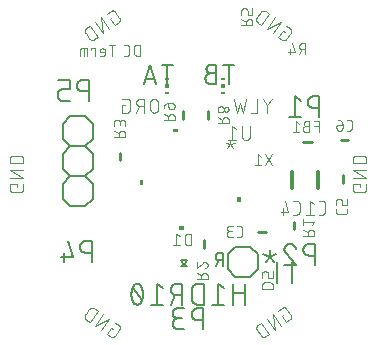
<source format=gbr>
G04 EAGLE Gerber RS-274X export*
G75*
%MOMM*%
%FSLAX34Y34*%
%LPD*%
%INSilkscreen Bottom*%
%IPPOS*%
%AMOC8*
5,1,8,0,0,1.08239X$1,22.5*%
G01*
%ADD10C,0.101600*%
%ADD11C,0.152400*%
%ADD12C,0.076200*%
%ADD13C,0.254000*%
%ADD14C,0.127000*%
%ADD15C,0.304800*%
%ADD16C,0.150000*%
%ADD17R,0.300000X0.150000*%
%ADD18R,0.300000X0.300000*%

G36*
X-8056Y186057D02*
X-8056Y186057D01*
X-8054Y186056D01*
X-8011Y186076D01*
X-7967Y186094D01*
X-7967Y186096D01*
X-7965Y186097D01*
X-7932Y186182D01*
X-7932Y188722D01*
X-7933Y188724D01*
X-7932Y188726D01*
X-7952Y188769D01*
X-7970Y188813D01*
X-7972Y188813D01*
X-7973Y188815D01*
X-8058Y188848D01*
X-11868Y188848D01*
X-11870Y188847D01*
X-11872Y188848D01*
X-11915Y188828D01*
X-11959Y188810D01*
X-11959Y188808D01*
X-11961Y188807D01*
X-11994Y188722D01*
X-11994Y186182D01*
X-11993Y186180D01*
X-11994Y186178D01*
X-11974Y186135D01*
X-11956Y186091D01*
X-11954Y186091D01*
X-11953Y186089D01*
X-11868Y186056D01*
X-8058Y186056D01*
X-8056Y186057D01*
G37*
G36*
X-37590Y141519D02*
X-37590Y141519D01*
X-37588Y141518D01*
X-37545Y141538D01*
X-37501Y141556D01*
X-37501Y141558D01*
X-37499Y141559D01*
X-37466Y141644D01*
X-37466Y145454D01*
X-37467Y145456D01*
X-37466Y145458D01*
X-37486Y145501D01*
X-37504Y145545D01*
X-37506Y145545D01*
X-37507Y145547D01*
X-37592Y145580D01*
X-40132Y145580D01*
X-40134Y145579D01*
X-40136Y145580D01*
X-40179Y145560D01*
X-40223Y145542D01*
X-40223Y145540D01*
X-40225Y145539D01*
X-40258Y145454D01*
X-40258Y141644D01*
X-40257Y141642D01*
X-40258Y141640D01*
X-40238Y141597D01*
X-40220Y141553D01*
X-40218Y141553D01*
X-40217Y141551D01*
X-40132Y141518D01*
X-37592Y141518D01*
X-37590Y141519D01*
G37*
G36*
X45214Y126516D02*
X45214Y126516D01*
X45216Y126515D01*
X45259Y126535D01*
X45303Y126553D01*
X45303Y126555D01*
X45305Y126556D01*
X45338Y126641D01*
X45338Y130451D01*
X45337Y130453D01*
X45338Y130455D01*
X45318Y130498D01*
X45300Y130542D01*
X45298Y130542D01*
X45297Y130544D01*
X45212Y130577D01*
X42672Y130577D01*
X42670Y130576D01*
X42668Y130577D01*
X42625Y130557D01*
X42581Y130539D01*
X42581Y130537D01*
X42579Y130536D01*
X42546Y130451D01*
X42546Y126641D01*
X42547Y126639D01*
X42546Y126637D01*
X42566Y126594D01*
X42584Y126550D01*
X42586Y126550D01*
X42587Y126548D01*
X42672Y126515D01*
X45212Y126515D01*
X45214Y126516D01*
G37*
G36*
X-3055Y103253D02*
X-3055Y103253D01*
X-3053Y103252D01*
X-3010Y103272D01*
X-2966Y103290D01*
X-2966Y103292D01*
X-2964Y103293D01*
X-2931Y103378D01*
X-2931Y105918D01*
X-2932Y105920D01*
X-2931Y105922D01*
X-2951Y105965D01*
X-2969Y106009D01*
X-2971Y106009D01*
X-2972Y106011D01*
X-3057Y106044D01*
X-6867Y106044D01*
X-6869Y106043D01*
X-6871Y106044D01*
X-6914Y106024D01*
X-6958Y106006D01*
X-6958Y106004D01*
X-6960Y106003D01*
X-6993Y105918D01*
X-6993Y103378D01*
X-6992Y103376D01*
X-6993Y103374D01*
X-6973Y103331D01*
X-6955Y103287D01*
X-6953Y103287D01*
X-6952Y103285D01*
X-6867Y103252D01*
X-3057Y103252D01*
X-3055Y103253D01*
G37*
D10*
X82656Y270603D02*
X81061Y271720D01*
X77338Y266403D01*
X80528Y264169D01*
X80611Y264114D01*
X80695Y264062D01*
X80782Y264013D01*
X80870Y263967D01*
X80960Y263925D01*
X81052Y263886D01*
X81145Y263851D01*
X81239Y263819D01*
X81334Y263791D01*
X81431Y263767D01*
X81528Y263746D01*
X81626Y263730D01*
X81725Y263716D01*
X81824Y263707D01*
X81923Y263702D01*
X82023Y263700D01*
X82122Y263702D01*
X82221Y263708D01*
X82320Y263718D01*
X82419Y263731D01*
X82517Y263749D01*
X82614Y263770D01*
X82710Y263794D01*
X82806Y263823D01*
X82900Y263855D01*
X82993Y263890D01*
X83084Y263929D01*
X83174Y263972D01*
X83262Y264018D01*
X83348Y264067D01*
X83433Y264120D01*
X83515Y264176D01*
X83595Y264235D01*
X83673Y264297D01*
X83748Y264362D01*
X83821Y264429D01*
X83891Y264500D01*
X83959Y264573D01*
X84023Y264649D01*
X84085Y264727D01*
X84144Y264807D01*
X87867Y270124D01*
X87922Y270207D01*
X87974Y270291D01*
X88023Y270378D01*
X88069Y270466D01*
X88111Y270556D01*
X88150Y270648D01*
X88185Y270741D01*
X88217Y270835D01*
X88245Y270930D01*
X88269Y271027D01*
X88290Y271124D01*
X88306Y271222D01*
X88320Y271321D01*
X88329Y271420D01*
X88334Y271519D01*
X88336Y271619D01*
X88334Y271718D01*
X88328Y271817D01*
X88318Y271916D01*
X88305Y272015D01*
X88287Y272113D01*
X88266Y272210D01*
X88242Y272306D01*
X88213Y272402D01*
X88181Y272496D01*
X88146Y272589D01*
X88107Y272680D01*
X88064Y272770D01*
X88018Y272858D01*
X87969Y272944D01*
X87916Y273029D01*
X87860Y273111D01*
X87801Y273191D01*
X87739Y273269D01*
X87674Y273344D01*
X87607Y273417D01*
X87536Y273487D01*
X87463Y273555D01*
X87387Y273619D01*
X87309Y273681D01*
X87229Y273740D01*
X87230Y273740D02*
X84039Y275974D01*
X79370Y279244D02*
X72668Y269673D01*
X67351Y273396D02*
X79370Y279244D01*
X74052Y282967D02*
X67351Y273396D01*
X62681Y276666D02*
X69382Y286237D01*
X66724Y288098D01*
X66724Y288099D02*
X66630Y288162D01*
X66534Y288222D01*
X66436Y288279D01*
X66336Y288332D01*
X66234Y288382D01*
X66130Y288428D01*
X66025Y288470D01*
X65919Y288509D01*
X65811Y288544D01*
X65702Y288575D01*
X65592Y288603D01*
X65481Y288626D01*
X65370Y288646D01*
X65258Y288662D01*
X65145Y288674D01*
X65032Y288682D01*
X64919Y288686D01*
X64805Y288686D01*
X64692Y288682D01*
X64579Y288674D01*
X64466Y288662D01*
X64354Y288646D01*
X64243Y288626D01*
X64132Y288603D01*
X64022Y288575D01*
X63913Y288544D01*
X63805Y288509D01*
X63699Y288470D01*
X63594Y288428D01*
X63490Y288382D01*
X63388Y288332D01*
X63288Y288279D01*
X63190Y288222D01*
X63094Y288162D01*
X63000Y288099D01*
X62909Y288032D01*
X62819Y287963D01*
X62732Y287890D01*
X62648Y287814D01*
X62567Y287735D01*
X62488Y287654D01*
X62412Y287570D01*
X62339Y287483D01*
X62270Y287394D01*
X62203Y287302D01*
X62204Y287301D02*
X59225Y283048D01*
X59162Y282954D01*
X59102Y282858D01*
X59045Y282760D01*
X58992Y282660D01*
X58942Y282558D01*
X58896Y282454D01*
X58854Y282349D01*
X58815Y282243D01*
X58780Y282135D01*
X58749Y282026D01*
X58721Y281916D01*
X58698Y281805D01*
X58678Y281694D01*
X58662Y281582D01*
X58650Y281469D01*
X58642Y281356D01*
X58638Y281243D01*
X58638Y281129D01*
X58642Y281016D01*
X58650Y280903D01*
X58662Y280790D01*
X58678Y280678D01*
X58698Y280567D01*
X58721Y280456D01*
X58749Y280346D01*
X58780Y280237D01*
X58815Y280129D01*
X58854Y280023D01*
X58896Y279918D01*
X58942Y279814D01*
X58992Y279712D01*
X59045Y279612D01*
X59102Y279514D01*
X59162Y279418D01*
X59225Y279324D01*
X59292Y279232D01*
X59361Y279143D01*
X59434Y279056D01*
X59510Y278972D01*
X59589Y278891D01*
X59670Y278812D01*
X59754Y278736D01*
X59841Y278663D01*
X59931Y278594D01*
X60022Y278527D01*
X62681Y276666D01*
X146609Y141674D02*
X146609Y139726D01*
X146609Y141674D02*
X140118Y141674D01*
X140118Y137779D01*
X140120Y137680D01*
X140126Y137580D01*
X140135Y137481D01*
X140148Y137383D01*
X140165Y137285D01*
X140186Y137187D01*
X140211Y137091D01*
X140239Y136996D01*
X140271Y136902D01*
X140306Y136809D01*
X140345Y136717D01*
X140388Y136627D01*
X140433Y136539D01*
X140483Y136452D01*
X140535Y136368D01*
X140591Y136285D01*
X140649Y136205D01*
X140711Y136127D01*
X140776Y136052D01*
X140844Y135979D01*
X140914Y135909D01*
X140987Y135841D01*
X141062Y135776D01*
X141140Y135714D01*
X141220Y135656D01*
X141303Y135600D01*
X141387Y135548D01*
X141474Y135498D01*
X141562Y135453D01*
X141652Y135410D01*
X141744Y135371D01*
X141837Y135336D01*
X141931Y135304D01*
X142026Y135276D01*
X142122Y135251D01*
X142220Y135230D01*
X142318Y135213D01*
X142416Y135200D01*
X142515Y135191D01*
X142615Y135185D01*
X142714Y135183D01*
X149206Y135183D01*
X149305Y135185D01*
X149405Y135191D01*
X149504Y135200D01*
X149602Y135213D01*
X149700Y135230D01*
X149798Y135251D01*
X149894Y135276D01*
X149989Y135304D01*
X150083Y135336D01*
X150176Y135371D01*
X150268Y135410D01*
X150358Y135453D01*
X150446Y135498D01*
X150533Y135548D01*
X150617Y135600D01*
X150700Y135656D01*
X150780Y135714D01*
X150858Y135776D01*
X150933Y135841D01*
X151006Y135909D01*
X151076Y135979D01*
X151144Y136052D01*
X151209Y136127D01*
X151271Y136205D01*
X151329Y136285D01*
X151385Y136368D01*
X151437Y136452D01*
X151487Y136539D01*
X151532Y136627D01*
X151575Y136717D01*
X151614Y136809D01*
X151649Y136901D01*
X151681Y136996D01*
X151709Y137091D01*
X151734Y137187D01*
X151755Y137285D01*
X151772Y137383D01*
X151785Y137481D01*
X151794Y137580D01*
X151800Y137680D01*
X151802Y137779D01*
X151802Y141674D01*
X151802Y147374D02*
X140118Y147374D01*
X140118Y153866D02*
X151802Y147374D01*
X151802Y153866D02*
X140118Y153866D01*
X140118Y159566D02*
X151802Y159566D01*
X151802Y162812D01*
X151800Y162925D01*
X151794Y163038D01*
X151784Y163151D01*
X151770Y163264D01*
X151753Y163376D01*
X151731Y163487D01*
X151706Y163597D01*
X151676Y163707D01*
X151643Y163815D01*
X151606Y163922D01*
X151566Y164028D01*
X151521Y164132D01*
X151473Y164235D01*
X151422Y164336D01*
X151367Y164435D01*
X151309Y164532D01*
X151247Y164627D01*
X151182Y164720D01*
X151114Y164810D01*
X151043Y164898D01*
X150968Y164984D01*
X150891Y165067D01*
X150811Y165147D01*
X150728Y165224D01*
X150642Y165299D01*
X150554Y165370D01*
X150464Y165438D01*
X150371Y165503D01*
X150276Y165565D01*
X150179Y165623D01*
X150080Y165678D01*
X149979Y165729D01*
X149876Y165777D01*
X149772Y165822D01*
X149666Y165862D01*
X149559Y165899D01*
X149451Y165932D01*
X149341Y165962D01*
X149231Y165987D01*
X149120Y166009D01*
X149008Y166026D01*
X148895Y166040D01*
X148782Y166050D01*
X148669Y166056D01*
X148556Y166058D01*
X143364Y166058D01*
X143251Y166056D01*
X143138Y166050D01*
X143025Y166040D01*
X142912Y166026D01*
X142800Y166009D01*
X142689Y165987D01*
X142579Y165962D01*
X142469Y165932D01*
X142361Y165899D01*
X142254Y165862D01*
X142148Y165822D01*
X142044Y165777D01*
X141941Y165729D01*
X141840Y165678D01*
X141741Y165623D01*
X141644Y165565D01*
X141549Y165503D01*
X141456Y165438D01*
X141366Y165370D01*
X141278Y165299D01*
X141192Y165224D01*
X141109Y165147D01*
X141029Y165067D01*
X140952Y164984D01*
X140877Y164898D01*
X140806Y164810D01*
X140738Y164720D01*
X140673Y164627D01*
X140611Y164532D01*
X140553Y164435D01*
X140498Y164336D01*
X140447Y164235D01*
X140399Y164132D01*
X140354Y164028D01*
X140314Y163922D01*
X140277Y163815D01*
X140244Y163707D01*
X140214Y163597D01*
X140189Y163487D01*
X140167Y163376D01*
X140150Y163264D01*
X140136Y163151D01*
X140126Y163038D01*
X140120Y162925D01*
X140118Y162812D01*
X140118Y159566D01*
X81911Y31700D02*
X80316Y30583D01*
X84039Y25266D01*
X87230Y27500D01*
X87229Y27500D02*
X87309Y27559D01*
X87387Y27621D01*
X87463Y27685D01*
X87536Y27753D01*
X87607Y27823D01*
X87674Y27896D01*
X87739Y27971D01*
X87801Y28049D01*
X87860Y28129D01*
X87916Y28211D01*
X87969Y28296D01*
X88018Y28382D01*
X88064Y28470D01*
X88107Y28560D01*
X88146Y28651D01*
X88181Y28744D01*
X88213Y28838D01*
X88242Y28934D01*
X88266Y29030D01*
X88287Y29127D01*
X88305Y29225D01*
X88318Y29324D01*
X88328Y29423D01*
X88334Y29522D01*
X88336Y29621D01*
X88334Y29721D01*
X88329Y29820D01*
X88319Y29919D01*
X88306Y30018D01*
X88290Y30116D01*
X88269Y30213D01*
X88245Y30310D01*
X88217Y30405D01*
X88185Y30499D01*
X88150Y30592D01*
X88111Y30684D01*
X88069Y30774D01*
X88023Y30862D01*
X87974Y30949D01*
X87922Y31033D01*
X87867Y31116D01*
X84144Y36433D01*
X84085Y36513D01*
X84023Y36591D01*
X83959Y36667D01*
X83891Y36740D01*
X83821Y36811D01*
X83748Y36878D01*
X83673Y36943D01*
X83595Y37005D01*
X83515Y37064D01*
X83433Y37120D01*
X83348Y37173D01*
X83262Y37222D01*
X83174Y37268D01*
X83084Y37311D01*
X82993Y37350D01*
X82900Y37385D01*
X82806Y37417D01*
X82710Y37446D01*
X82614Y37470D01*
X82517Y37491D01*
X82419Y37509D01*
X82320Y37522D01*
X82221Y37532D01*
X82122Y37538D01*
X82023Y37540D01*
X81923Y37538D01*
X81824Y37533D01*
X81725Y37524D01*
X81626Y37510D01*
X81528Y37494D01*
X81431Y37473D01*
X81334Y37449D01*
X81239Y37421D01*
X81145Y37389D01*
X81052Y37354D01*
X80960Y37315D01*
X80870Y37273D01*
X80782Y37227D01*
X80695Y37178D01*
X80611Y37126D01*
X80528Y37071D01*
X77338Y34837D01*
X72668Y31567D02*
X79369Y21996D01*
X74052Y18273D02*
X72668Y31567D01*
X67351Y27844D02*
X74052Y18273D01*
X69382Y15003D02*
X62681Y24574D01*
X60022Y22712D01*
X60022Y22713D02*
X59931Y22646D01*
X59841Y22577D01*
X59754Y22504D01*
X59670Y22428D01*
X59589Y22349D01*
X59510Y22268D01*
X59434Y22184D01*
X59361Y22097D01*
X59292Y22008D01*
X59225Y21916D01*
X59162Y21822D01*
X59102Y21726D01*
X59045Y21628D01*
X58992Y21528D01*
X58942Y21426D01*
X58896Y21322D01*
X58854Y21217D01*
X58815Y21111D01*
X58780Y21003D01*
X58749Y20894D01*
X58721Y20784D01*
X58698Y20673D01*
X58678Y20562D01*
X58662Y20450D01*
X58650Y20337D01*
X58642Y20224D01*
X58638Y20111D01*
X58638Y19997D01*
X58642Y19884D01*
X58650Y19771D01*
X58662Y19658D01*
X58678Y19546D01*
X58698Y19435D01*
X58721Y19324D01*
X58749Y19214D01*
X58780Y19105D01*
X58815Y18997D01*
X58854Y18891D01*
X58896Y18786D01*
X58942Y18682D01*
X58992Y18580D01*
X59045Y18480D01*
X59102Y18382D01*
X59162Y18286D01*
X59225Y18192D01*
X62204Y13938D01*
X62203Y13938D02*
X62270Y13847D01*
X62339Y13757D01*
X62412Y13670D01*
X62488Y13586D01*
X62567Y13505D01*
X62648Y13426D01*
X62732Y13350D01*
X62819Y13277D01*
X62909Y13208D01*
X63000Y13141D01*
X63094Y13078D01*
X63190Y13018D01*
X63288Y12961D01*
X63388Y12908D01*
X63490Y12858D01*
X63594Y12812D01*
X63699Y12770D01*
X63805Y12731D01*
X63913Y12696D01*
X64022Y12665D01*
X64132Y12637D01*
X64243Y12614D01*
X64354Y12594D01*
X64466Y12578D01*
X64579Y12566D01*
X64692Y12558D01*
X64805Y12554D01*
X64919Y12554D01*
X65032Y12558D01*
X65145Y12566D01*
X65258Y12578D01*
X65370Y12594D01*
X65481Y12614D01*
X65592Y12637D01*
X65702Y12665D01*
X65811Y12696D01*
X65919Y12731D01*
X66025Y12770D01*
X66130Y12812D01*
X66234Y12858D01*
X66336Y12908D01*
X66436Y12961D01*
X66534Y13018D01*
X66630Y13078D01*
X66724Y13141D01*
X69382Y15003D01*
X-62544Y19203D02*
X-64139Y20320D01*
X-67862Y15003D01*
X-64672Y12769D01*
X-64589Y12714D01*
X-64505Y12662D01*
X-64418Y12613D01*
X-64330Y12567D01*
X-64240Y12525D01*
X-64148Y12486D01*
X-64055Y12451D01*
X-63961Y12419D01*
X-63866Y12391D01*
X-63769Y12367D01*
X-63672Y12346D01*
X-63574Y12330D01*
X-63475Y12317D01*
X-63376Y12307D01*
X-63277Y12302D01*
X-63177Y12300D01*
X-63078Y12302D01*
X-62979Y12308D01*
X-62880Y12318D01*
X-62781Y12331D01*
X-62683Y12349D01*
X-62586Y12370D01*
X-62490Y12394D01*
X-62394Y12423D01*
X-62300Y12455D01*
X-62207Y12490D01*
X-62116Y12529D01*
X-62026Y12572D01*
X-61938Y12618D01*
X-61852Y12667D01*
X-61767Y12720D01*
X-61685Y12776D01*
X-61605Y12835D01*
X-61527Y12897D01*
X-61452Y12962D01*
X-61379Y13029D01*
X-61309Y13100D01*
X-61241Y13173D01*
X-61177Y13249D01*
X-61115Y13327D01*
X-61056Y13407D01*
X-57333Y18724D01*
X-57278Y18807D01*
X-57226Y18891D01*
X-57177Y18978D01*
X-57131Y19066D01*
X-57089Y19156D01*
X-57050Y19248D01*
X-57015Y19341D01*
X-56983Y19435D01*
X-56955Y19530D01*
X-56931Y19627D01*
X-56910Y19724D01*
X-56894Y19822D01*
X-56881Y19921D01*
X-56871Y20020D01*
X-56866Y20119D01*
X-56864Y20219D01*
X-56866Y20318D01*
X-56872Y20417D01*
X-56882Y20516D01*
X-56895Y20615D01*
X-56913Y20713D01*
X-56934Y20810D01*
X-56958Y20906D01*
X-56987Y21002D01*
X-57019Y21096D01*
X-57054Y21189D01*
X-57093Y21280D01*
X-57136Y21370D01*
X-57182Y21458D01*
X-57231Y21544D01*
X-57284Y21629D01*
X-57340Y21711D01*
X-57399Y21791D01*
X-57461Y21869D01*
X-57526Y21944D01*
X-57593Y22017D01*
X-57664Y22087D01*
X-57737Y22155D01*
X-57813Y22219D01*
X-57891Y22281D01*
X-57971Y22340D01*
X-57970Y22340D02*
X-61161Y24574D01*
X-65831Y27844D02*
X-72532Y18273D01*
X-77850Y21996D02*
X-65831Y27844D01*
X-71148Y31567D02*
X-77850Y21996D01*
X-82519Y25266D02*
X-75818Y34837D01*
X-78476Y36698D01*
X-78476Y36699D02*
X-78570Y36762D01*
X-78666Y36822D01*
X-78764Y36879D01*
X-78864Y36932D01*
X-78966Y36982D01*
X-79070Y37028D01*
X-79175Y37070D01*
X-79281Y37109D01*
X-79389Y37144D01*
X-79498Y37175D01*
X-79608Y37203D01*
X-79719Y37226D01*
X-79830Y37246D01*
X-79942Y37262D01*
X-80055Y37274D01*
X-80168Y37282D01*
X-80281Y37286D01*
X-80395Y37286D01*
X-80508Y37282D01*
X-80621Y37274D01*
X-80734Y37262D01*
X-80846Y37246D01*
X-80957Y37226D01*
X-81068Y37203D01*
X-81178Y37175D01*
X-81287Y37144D01*
X-81395Y37109D01*
X-81501Y37070D01*
X-81606Y37028D01*
X-81710Y36982D01*
X-81812Y36932D01*
X-81912Y36879D01*
X-82010Y36822D01*
X-82106Y36762D01*
X-82200Y36699D01*
X-82291Y36632D01*
X-82381Y36563D01*
X-82468Y36490D01*
X-82552Y36414D01*
X-82633Y36335D01*
X-82712Y36254D01*
X-82788Y36170D01*
X-82861Y36083D01*
X-82930Y35994D01*
X-82997Y35902D01*
X-82997Y35901D02*
X-85975Y31648D01*
X-85976Y31648D02*
X-86039Y31554D01*
X-86099Y31458D01*
X-86156Y31360D01*
X-86209Y31260D01*
X-86259Y31158D01*
X-86305Y31054D01*
X-86347Y30949D01*
X-86386Y30843D01*
X-86421Y30735D01*
X-86452Y30626D01*
X-86480Y30516D01*
X-86503Y30405D01*
X-86523Y30294D01*
X-86539Y30182D01*
X-86551Y30069D01*
X-86559Y29956D01*
X-86563Y29843D01*
X-86563Y29729D01*
X-86559Y29616D01*
X-86551Y29503D01*
X-86539Y29390D01*
X-86523Y29278D01*
X-86503Y29167D01*
X-86480Y29056D01*
X-86452Y28946D01*
X-86421Y28837D01*
X-86386Y28729D01*
X-86347Y28623D01*
X-86305Y28518D01*
X-86259Y28414D01*
X-86209Y28312D01*
X-86156Y28212D01*
X-86099Y28114D01*
X-86039Y28018D01*
X-85976Y27924D01*
X-85909Y27832D01*
X-85840Y27743D01*
X-85767Y27656D01*
X-85691Y27572D01*
X-85612Y27491D01*
X-85531Y27412D01*
X-85447Y27336D01*
X-85360Y27263D01*
X-85270Y27194D01*
X-85179Y27127D01*
X-85178Y27127D02*
X-82519Y25266D01*
X-143791Y139726D02*
X-143791Y141674D01*
X-150282Y141674D01*
X-150282Y137779D01*
X-150280Y137680D01*
X-150274Y137580D01*
X-150265Y137481D01*
X-150252Y137383D01*
X-150235Y137285D01*
X-150214Y137187D01*
X-150189Y137091D01*
X-150161Y136996D01*
X-150129Y136902D01*
X-150094Y136809D01*
X-150055Y136717D01*
X-150012Y136627D01*
X-149967Y136539D01*
X-149917Y136452D01*
X-149865Y136368D01*
X-149809Y136285D01*
X-149751Y136205D01*
X-149689Y136127D01*
X-149624Y136052D01*
X-149556Y135979D01*
X-149486Y135909D01*
X-149413Y135841D01*
X-149338Y135776D01*
X-149260Y135714D01*
X-149180Y135656D01*
X-149097Y135600D01*
X-149013Y135548D01*
X-148926Y135498D01*
X-148838Y135453D01*
X-148748Y135410D01*
X-148656Y135371D01*
X-148563Y135336D01*
X-148469Y135304D01*
X-148374Y135276D01*
X-148278Y135251D01*
X-148180Y135230D01*
X-148082Y135213D01*
X-147984Y135200D01*
X-147885Y135191D01*
X-147785Y135185D01*
X-147686Y135183D01*
X-141194Y135183D01*
X-141194Y135182D02*
X-141095Y135184D01*
X-140995Y135190D01*
X-140896Y135199D01*
X-140798Y135212D01*
X-140700Y135230D01*
X-140602Y135250D01*
X-140506Y135275D01*
X-140410Y135303D01*
X-140316Y135335D01*
X-140223Y135370D01*
X-140132Y135409D01*
X-140042Y135452D01*
X-139953Y135497D01*
X-139867Y135547D01*
X-139782Y135599D01*
X-139700Y135655D01*
X-139620Y135714D01*
X-139542Y135775D01*
X-139466Y135840D01*
X-139393Y135908D01*
X-139323Y135978D01*
X-139255Y136051D01*
X-139190Y136127D01*
X-139129Y136205D01*
X-139070Y136285D01*
X-139014Y136367D01*
X-138962Y136452D01*
X-138913Y136538D01*
X-138867Y136627D01*
X-138824Y136717D01*
X-138785Y136808D01*
X-138750Y136901D01*
X-138718Y136995D01*
X-138690Y137091D01*
X-138665Y137187D01*
X-138645Y137285D01*
X-138627Y137383D01*
X-138614Y137481D01*
X-138605Y137580D01*
X-138599Y137679D01*
X-138597Y137779D01*
X-138598Y137779D02*
X-138598Y141674D01*
X-138598Y147374D02*
X-150282Y147374D01*
X-150282Y153866D02*
X-138598Y147374D01*
X-138598Y153866D02*
X-150282Y153866D01*
X-150282Y159566D02*
X-138598Y159566D01*
X-138598Y162812D01*
X-138600Y162925D01*
X-138606Y163038D01*
X-138616Y163151D01*
X-138630Y163264D01*
X-138647Y163376D01*
X-138669Y163487D01*
X-138694Y163597D01*
X-138724Y163707D01*
X-138757Y163815D01*
X-138794Y163922D01*
X-138834Y164028D01*
X-138879Y164132D01*
X-138927Y164235D01*
X-138978Y164336D01*
X-139033Y164435D01*
X-139091Y164532D01*
X-139153Y164627D01*
X-139218Y164720D01*
X-139286Y164810D01*
X-139357Y164898D01*
X-139432Y164984D01*
X-139509Y165067D01*
X-139589Y165147D01*
X-139672Y165224D01*
X-139758Y165299D01*
X-139846Y165370D01*
X-139936Y165438D01*
X-140029Y165503D01*
X-140124Y165565D01*
X-140221Y165623D01*
X-140320Y165678D01*
X-140421Y165729D01*
X-140524Y165777D01*
X-140628Y165822D01*
X-140734Y165862D01*
X-140841Y165899D01*
X-140949Y165932D01*
X-141059Y165962D01*
X-141169Y165987D01*
X-141280Y166009D01*
X-141392Y166026D01*
X-141505Y166040D01*
X-141618Y166050D01*
X-141731Y166056D01*
X-141844Y166058D01*
X-147036Y166058D01*
X-147149Y166056D01*
X-147262Y166050D01*
X-147375Y166040D01*
X-147488Y166026D01*
X-147600Y166009D01*
X-147711Y165987D01*
X-147821Y165962D01*
X-147931Y165932D01*
X-148039Y165899D01*
X-148146Y165862D01*
X-148252Y165822D01*
X-148356Y165777D01*
X-148459Y165729D01*
X-148560Y165678D01*
X-148659Y165623D01*
X-148756Y165565D01*
X-148851Y165503D01*
X-148944Y165438D01*
X-149034Y165370D01*
X-149122Y165299D01*
X-149208Y165224D01*
X-149291Y165147D01*
X-149371Y165067D01*
X-149448Y164984D01*
X-149523Y164898D01*
X-149594Y164810D01*
X-149662Y164720D01*
X-149727Y164627D01*
X-149789Y164532D01*
X-149847Y164435D01*
X-149902Y164336D01*
X-149953Y164235D01*
X-150001Y164132D01*
X-150046Y164028D01*
X-150086Y163922D01*
X-150123Y163815D01*
X-150156Y163707D01*
X-150186Y163597D01*
X-150211Y163487D01*
X-150233Y163376D01*
X-150250Y163264D01*
X-150264Y163151D01*
X-150274Y163038D01*
X-150280Y162925D01*
X-150282Y162812D01*
X-150282Y159566D01*
X-64884Y281983D02*
X-63289Y283100D01*
X-64884Y281983D02*
X-61161Y276666D01*
X-57971Y278900D01*
X-57891Y278959D01*
X-57813Y279021D01*
X-57737Y279085D01*
X-57664Y279153D01*
X-57593Y279223D01*
X-57526Y279296D01*
X-57461Y279371D01*
X-57399Y279449D01*
X-57340Y279529D01*
X-57284Y279611D01*
X-57231Y279696D01*
X-57182Y279782D01*
X-57136Y279870D01*
X-57093Y279960D01*
X-57054Y280051D01*
X-57019Y280144D01*
X-56987Y280238D01*
X-56958Y280334D01*
X-56934Y280430D01*
X-56913Y280527D01*
X-56895Y280625D01*
X-56882Y280724D01*
X-56872Y280823D01*
X-56866Y280922D01*
X-56864Y281021D01*
X-56866Y281121D01*
X-56871Y281220D01*
X-56881Y281319D01*
X-56894Y281418D01*
X-56910Y281516D01*
X-56931Y281613D01*
X-56955Y281710D01*
X-56983Y281805D01*
X-57015Y281899D01*
X-57050Y281992D01*
X-57089Y282084D01*
X-57131Y282174D01*
X-57177Y282262D01*
X-57226Y282349D01*
X-57278Y282433D01*
X-57333Y282516D01*
X-61056Y287833D01*
X-61115Y287913D01*
X-61177Y287991D01*
X-61241Y288067D01*
X-61309Y288140D01*
X-61379Y288211D01*
X-61452Y288278D01*
X-61527Y288343D01*
X-61605Y288405D01*
X-61685Y288464D01*
X-61767Y288520D01*
X-61852Y288573D01*
X-61938Y288622D01*
X-62026Y288668D01*
X-62116Y288711D01*
X-62207Y288750D01*
X-62300Y288785D01*
X-62394Y288817D01*
X-62490Y288846D01*
X-62586Y288870D01*
X-62683Y288891D01*
X-62781Y288909D01*
X-62880Y288922D01*
X-62979Y288932D01*
X-63078Y288938D01*
X-63177Y288940D01*
X-63277Y288938D01*
X-63376Y288933D01*
X-63475Y288923D01*
X-63574Y288910D01*
X-63672Y288894D01*
X-63769Y288873D01*
X-63866Y288849D01*
X-63961Y288821D01*
X-64055Y288789D01*
X-64148Y288754D01*
X-64240Y288715D01*
X-64330Y288673D01*
X-64418Y288627D01*
X-64505Y288578D01*
X-64589Y288526D01*
X-64672Y288471D01*
X-67862Y286237D01*
X-72532Y282967D02*
X-65831Y273396D01*
X-71148Y269673D02*
X-72532Y282967D01*
X-77850Y279244D02*
X-71148Y269673D01*
X-75818Y266403D02*
X-82520Y275974D01*
X-85178Y274112D01*
X-85179Y274113D02*
X-85270Y274046D01*
X-85360Y273977D01*
X-85447Y273904D01*
X-85531Y273828D01*
X-85612Y273749D01*
X-85691Y273668D01*
X-85767Y273584D01*
X-85840Y273497D01*
X-85909Y273407D01*
X-85976Y273316D01*
X-86039Y273222D01*
X-86099Y273126D01*
X-86156Y273028D01*
X-86209Y272928D01*
X-86259Y272826D01*
X-86305Y272722D01*
X-86347Y272617D01*
X-86386Y272511D01*
X-86421Y272403D01*
X-86452Y272294D01*
X-86480Y272184D01*
X-86503Y272073D01*
X-86523Y271962D01*
X-86539Y271850D01*
X-86551Y271737D01*
X-86559Y271624D01*
X-86563Y271511D01*
X-86563Y271397D01*
X-86559Y271284D01*
X-86551Y271171D01*
X-86539Y271058D01*
X-86523Y270946D01*
X-86503Y270835D01*
X-86480Y270724D01*
X-86452Y270614D01*
X-86421Y270505D01*
X-86386Y270397D01*
X-86347Y270291D01*
X-86305Y270186D01*
X-86259Y270082D01*
X-86209Y269980D01*
X-86156Y269880D01*
X-86099Y269782D01*
X-86039Y269686D01*
X-85976Y269592D01*
X-85975Y269592D02*
X-82997Y265338D01*
X-82930Y265247D01*
X-82861Y265157D01*
X-82788Y265070D01*
X-82712Y264986D01*
X-82633Y264905D01*
X-82552Y264826D01*
X-82468Y264750D01*
X-82381Y264677D01*
X-82291Y264608D01*
X-82200Y264541D01*
X-82106Y264478D01*
X-82010Y264418D01*
X-81912Y264361D01*
X-81812Y264308D01*
X-81710Y264258D01*
X-81606Y264212D01*
X-81501Y264170D01*
X-81395Y264131D01*
X-81287Y264096D01*
X-81178Y264065D01*
X-81068Y264037D01*
X-80957Y264014D01*
X-80846Y263994D01*
X-80734Y263978D01*
X-80621Y263966D01*
X-80508Y263958D01*
X-80395Y263954D01*
X-80281Y263954D01*
X-80168Y263958D01*
X-80055Y263966D01*
X-79942Y263978D01*
X-79830Y263994D01*
X-79719Y264014D01*
X-79608Y264037D01*
X-79498Y264065D01*
X-79389Y264096D01*
X-79281Y264131D01*
X-79175Y264170D01*
X-79070Y264212D01*
X-78966Y264258D01*
X-78864Y264308D01*
X-78764Y264361D01*
X-78666Y264418D01*
X-78570Y264478D01*
X-78476Y264541D01*
X-75818Y266403D01*
D11*
X112096Y216310D02*
X112096Y198530D01*
X112096Y216310D02*
X107158Y216310D01*
X107018Y216308D01*
X106879Y216302D01*
X106739Y216292D01*
X106600Y216278D01*
X106461Y216261D01*
X106323Y216239D01*
X106186Y216213D01*
X106049Y216184D01*
X105913Y216151D01*
X105779Y216114D01*
X105645Y216073D01*
X105513Y216028D01*
X105381Y215979D01*
X105252Y215927D01*
X105124Y215872D01*
X104997Y215812D01*
X104872Y215749D01*
X104749Y215683D01*
X104628Y215613D01*
X104509Y215540D01*
X104392Y215463D01*
X104278Y215383D01*
X104165Y215300D01*
X104055Y215214D01*
X103948Y215124D01*
X103843Y215032D01*
X103741Y214937D01*
X103641Y214839D01*
X103544Y214738D01*
X103450Y214634D01*
X103360Y214528D01*
X103272Y214419D01*
X103187Y214308D01*
X103106Y214194D01*
X103027Y214079D01*
X102952Y213961D01*
X102881Y213841D01*
X102813Y213718D01*
X102748Y213595D01*
X102687Y213469D01*
X102629Y213341D01*
X102575Y213213D01*
X102525Y213082D01*
X102478Y212950D01*
X102435Y212817D01*
X102396Y212683D01*
X102361Y212548D01*
X102330Y212412D01*
X102302Y212274D01*
X102279Y212137D01*
X102259Y211998D01*
X102243Y211859D01*
X102231Y211720D01*
X102223Y211581D01*
X102219Y211441D01*
X102219Y211301D01*
X102223Y211161D01*
X102231Y211022D01*
X102243Y210883D01*
X102259Y210744D01*
X102279Y210605D01*
X102302Y210468D01*
X102330Y210330D01*
X102361Y210194D01*
X102396Y210059D01*
X102435Y209925D01*
X102478Y209792D01*
X102525Y209660D01*
X102575Y209529D01*
X102629Y209401D01*
X102687Y209273D01*
X102748Y209147D01*
X102813Y209024D01*
X102881Y208901D01*
X102952Y208781D01*
X103027Y208663D01*
X103106Y208548D01*
X103187Y208434D01*
X103272Y208323D01*
X103360Y208214D01*
X103450Y208108D01*
X103544Y208004D01*
X103641Y207903D01*
X103741Y207805D01*
X103843Y207710D01*
X103948Y207618D01*
X104055Y207528D01*
X104165Y207442D01*
X104278Y207359D01*
X104392Y207279D01*
X104509Y207202D01*
X104628Y207129D01*
X104749Y207059D01*
X104872Y206993D01*
X104997Y206930D01*
X105124Y206870D01*
X105252Y206815D01*
X105381Y206763D01*
X105513Y206714D01*
X105645Y206669D01*
X105779Y206628D01*
X105913Y206591D01*
X106049Y206558D01*
X106186Y206529D01*
X106323Y206503D01*
X106461Y206481D01*
X106600Y206464D01*
X106739Y206450D01*
X106879Y206440D01*
X107018Y206434D01*
X107158Y206432D01*
X112096Y206432D01*
X96101Y212359D02*
X91162Y216310D01*
X91162Y198530D01*
X86224Y198530D02*
X96101Y198530D01*
X108298Y91280D02*
X108298Y73500D01*
X108298Y91280D02*
X103359Y91280D01*
X103219Y91278D01*
X103080Y91272D01*
X102940Y91262D01*
X102801Y91248D01*
X102662Y91231D01*
X102524Y91209D01*
X102387Y91183D01*
X102250Y91154D01*
X102114Y91121D01*
X101980Y91084D01*
X101846Y91043D01*
X101714Y90998D01*
X101582Y90949D01*
X101453Y90897D01*
X101325Y90842D01*
X101198Y90782D01*
X101073Y90719D01*
X100950Y90653D01*
X100829Y90583D01*
X100710Y90510D01*
X100593Y90433D01*
X100479Y90353D01*
X100366Y90270D01*
X100256Y90184D01*
X100149Y90094D01*
X100044Y90002D01*
X99942Y89907D01*
X99842Y89809D01*
X99745Y89708D01*
X99651Y89604D01*
X99561Y89498D01*
X99473Y89389D01*
X99388Y89278D01*
X99307Y89164D01*
X99228Y89049D01*
X99153Y88931D01*
X99082Y88810D01*
X99014Y88688D01*
X98949Y88565D01*
X98888Y88439D01*
X98830Y88311D01*
X98776Y88183D01*
X98726Y88052D01*
X98679Y87920D01*
X98636Y87787D01*
X98597Y87653D01*
X98562Y87518D01*
X98531Y87382D01*
X98503Y87244D01*
X98480Y87107D01*
X98460Y86968D01*
X98444Y86829D01*
X98432Y86690D01*
X98424Y86551D01*
X98420Y86411D01*
X98420Y86271D01*
X98424Y86131D01*
X98432Y85992D01*
X98444Y85853D01*
X98460Y85714D01*
X98480Y85575D01*
X98503Y85438D01*
X98531Y85300D01*
X98562Y85164D01*
X98597Y85029D01*
X98636Y84895D01*
X98679Y84762D01*
X98726Y84630D01*
X98776Y84499D01*
X98830Y84371D01*
X98888Y84243D01*
X98949Y84117D01*
X99014Y83994D01*
X99082Y83871D01*
X99153Y83751D01*
X99228Y83633D01*
X99307Y83518D01*
X99388Y83404D01*
X99473Y83293D01*
X99561Y83184D01*
X99651Y83078D01*
X99745Y82974D01*
X99842Y82873D01*
X99942Y82775D01*
X100044Y82680D01*
X100149Y82588D01*
X100256Y82498D01*
X100366Y82412D01*
X100479Y82329D01*
X100593Y82249D01*
X100710Y82172D01*
X100829Y82099D01*
X100950Y82029D01*
X101073Y81963D01*
X101198Y81900D01*
X101325Y81840D01*
X101453Y81785D01*
X101582Y81733D01*
X101714Y81684D01*
X101846Y81639D01*
X101980Y81598D01*
X102114Y81561D01*
X102250Y81528D01*
X102387Y81499D01*
X102524Y81473D01*
X102662Y81451D01*
X102801Y81434D01*
X102940Y81420D01*
X103080Y81410D01*
X103219Y81404D01*
X103359Y81402D01*
X108298Y81402D01*
X86870Y91280D02*
X86738Y91278D01*
X86607Y91272D01*
X86475Y91262D01*
X86344Y91249D01*
X86214Y91231D01*
X86084Y91210D01*
X85954Y91185D01*
X85826Y91156D01*
X85698Y91123D01*
X85572Y91086D01*
X85446Y91046D01*
X85322Y91002D01*
X85199Y90954D01*
X85078Y90903D01*
X84958Y90848D01*
X84840Y90790D01*
X84724Y90728D01*
X84610Y90662D01*
X84497Y90594D01*
X84387Y90522D01*
X84279Y90447D01*
X84173Y90368D01*
X84069Y90287D01*
X83968Y90202D01*
X83870Y90115D01*
X83774Y90024D01*
X83681Y89931D01*
X83590Y89835D01*
X83503Y89737D01*
X83418Y89636D01*
X83337Y89532D01*
X83258Y89426D01*
X83183Y89318D01*
X83111Y89208D01*
X83043Y89095D01*
X82977Y88981D01*
X82915Y88865D01*
X82857Y88747D01*
X82802Y88627D01*
X82751Y88506D01*
X82703Y88383D01*
X82659Y88259D01*
X82619Y88133D01*
X82582Y88007D01*
X82549Y87879D01*
X82520Y87751D01*
X82495Y87621D01*
X82474Y87491D01*
X82456Y87361D01*
X82443Y87230D01*
X82433Y87098D01*
X82427Y86967D01*
X82425Y86835D01*
X86870Y91280D02*
X87020Y91278D01*
X87169Y91272D01*
X87318Y91262D01*
X87467Y91249D01*
X87616Y91231D01*
X87764Y91210D01*
X87912Y91184D01*
X88058Y91155D01*
X88204Y91122D01*
X88349Y91085D01*
X88493Y91044D01*
X88636Y91000D01*
X88778Y90952D01*
X88918Y90900D01*
X89057Y90845D01*
X89195Y90786D01*
X89330Y90723D01*
X89465Y90657D01*
X89597Y90587D01*
X89727Y90514D01*
X89856Y90437D01*
X89983Y90357D01*
X90107Y90274D01*
X90229Y90188D01*
X90349Y90098D01*
X90466Y90005D01*
X90581Y89910D01*
X90694Y89811D01*
X90804Y89709D01*
X90911Y89605D01*
X91015Y89498D01*
X91117Y89388D01*
X91215Y89275D01*
X91311Y89160D01*
X91403Y89042D01*
X91493Y88922D01*
X91579Y88800D01*
X91662Y88676D01*
X91742Y88549D01*
X91818Y88421D01*
X91891Y88290D01*
X91961Y88157D01*
X92027Y88023D01*
X92089Y87887D01*
X92148Y87750D01*
X92204Y87611D01*
X92255Y87470D01*
X92303Y87329D01*
X83907Y83378D02*
X83811Y83471D01*
X83719Y83567D01*
X83629Y83666D01*
X83542Y83767D01*
X83458Y83870D01*
X83376Y83975D01*
X83298Y84083D01*
X83223Y84193D01*
X83150Y84305D01*
X83081Y84419D01*
X83015Y84535D01*
X82953Y84653D01*
X82894Y84772D01*
X82838Y84893D01*
X82785Y85016D01*
X82736Y85140D01*
X82691Y85265D01*
X82648Y85392D01*
X82610Y85519D01*
X82575Y85648D01*
X82544Y85777D01*
X82516Y85908D01*
X82492Y86039D01*
X82471Y86171D01*
X82455Y86303D01*
X82442Y86436D01*
X82432Y86569D01*
X82427Y86702D01*
X82425Y86835D01*
X83907Y83378D02*
X92303Y73500D01*
X82425Y73500D01*
X70055Y80414D02*
X70055Y86341D01*
X70055Y80414D02*
X66598Y75969D01*
X70055Y80414D02*
X73512Y75969D01*
X70055Y80414D02*
X64622Y82390D01*
X70055Y80414D02*
X75488Y82390D01*
X13696Y36640D02*
X13696Y18860D01*
X13696Y36640D02*
X8758Y36640D01*
X8618Y36638D01*
X8479Y36632D01*
X8339Y36622D01*
X8200Y36608D01*
X8061Y36591D01*
X7923Y36569D01*
X7786Y36543D01*
X7649Y36514D01*
X7513Y36481D01*
X7379Y36444D01*
X7245Y36403D01*
X7113Y36358D01*
X6981Y36309D01*
X6852Y36257D01*
X6724Y36202D01*
X6597Y36142D01*
X6472Y36079D01*
X6349Y36013D01*
X6228Y35943D01*
X6109Y35870D01*
X5992Y35793D01*
X5878Y35713D01*
X5765Y35630D01*
X5655Y35544D01*
X5548Y35454D01*
X5443Y35362D01*
X5341Y35267D01*
X5241Y35169D01*
X5144Y35068D01*
X5050Y34964D01*
X4960Y34858D01*
X4872Y34749D01*
X4787Y34638D01*
X4706Y34524D01*
X4627Y34409D01*
X4552Y34291D01*
X4481Y34170D01*
X4413Y34048D01*
X4348Y33925D01*
X4287Y33799D01*
X4229Y33671D01*
X4175Y33543D01*
X4125Y33412D01*
X4078Y33280D01*
X4035Y33147D01*
X3996Y33013D01*
X3961Y32878D01*
X3930Y32742D01*
X3902Y32604D01*
X3879Y32467D01*
X3859Y32328D01*
X3843Y32189D01*
X3831Y32050D01*
X3823Y31911D01*
X3819Y31771D01*
X3819Y31631D01*
X3823Y31491D01*
X3831Y31352D01*
X3843Y31213D01*
X3859Y31074D01*
X3879Y30935D01*
X3902Y30798D01*
X3930Y30660D01*
X3961Y30524D01*
X3996Y30389D01*
X4035Y30255D01*
X4078Y30122D01*
X4125Y29990D01*
X4175Y29859D01*
X4229Y29731D01*
X4287Y29603D01*
X4348Y29477D01*
X4413Y29354D01*
X4481Y29231D01*
X4552Y29111D01*
X4627Y28993D01*
X4706Y28878D01*
X4787Y28764D01*
X4872Y28653D01*
X4960Y28544D01*
X5050Y28438D01*
X5144Y28334D01*
X5241Y28233D01*
X5341Y28135D01*
X5443Y28040D01*
X5548Y27948D01*
X5655Y27858D01*
X5765Y27772D01*
X5878Y27689D01*
X5992Y27609D01*
X6109Y27532D01*
X6228Y27459D01*
X6349Y27389D01*
X6472Y27323D01*
X6597Y27260D01*
X6724Y27200D01*
X6852Y27145D01*
X6981Y27093D01*
X7113Y27044D01*
X7245Y26999D01*
X7379Y26958D01*
X7513Y26921D01*
X7649Y26888D01*
X7786Y26859D01*
X7923Y26833D01*
X8061Y26811D01*
X8200Y26794D01*
X8339Y26780D01*
X8479Y26770D01*
X8618Y26764D01*
X8758Y26762D01*
X13696Y26762D01*
X-2299Y18860D02*
X-7238Y18860D01*
X-7378Y18862D01*
X-7517Y18868D01*
X-7657Y18878D01*
X-7796Y18892D01*
X-7935Y18909D01*
X-8073Y18931D01*
X-8210Y18957D01*
X-8347Y18986D01*
X-8483Y19019D01*
X-8617Y19056D01*
X-8751Y19097D01*
X-8883Y19142D01*
X-9015Y19191D01*
X-9144Y19243D01*
X-9272Y19298D01*
X-9399Y19358D01*
X-9524Y19421D01*
X-9647Y19487D01*
X-9768Y19557D01*
X-9887Y19630D01*
X-10004Y19707D01*
X-10118Y19787D01*
X-10231Y19870D01*
X-10341Y19956D01*
X-10448Y20046D01*
X-10553Y20138D01*
X-10655Y20233D01*
X-10755Y20331D01*
X-10852Y20432D01*
X-10946Y20536D01*
X-11036Y20642D01*
X-11124Y20751D01*
X-11209Y20862D01*
X-11290Y20976D01*
X-11369Y21091D01*
X-11444Y21209D01*
X-11515Y21329D01*
X-11583Y21452D01*
X-11648Y21575D01*
X-11709Y21701D01*
X-11767Y21829D01*
X-11821Y21957D01*
X-11871Y22088D01*
X-11918Y22220D01*
X-11961Y22353D01*
X-12000Y22487D01*
X-12035Y22622D01*
X-12066Y22758D01*
X-12094Y22896D01*
X-12117Y23033D01*
X-12137Y23172D01*
X-12153Y23311D01*
X-12165Y23450D01*
X-12173Y23589D01*
X-12177Y23729D01*
X-12177Y23869D01*
X-12173Y24009D01*
X-12165Y24148D01*
X-12153Y24287D01*
X-12137Y24426D01*
X-12117Y24565D01*
X-12094Y24702D01*
X-12066Y24840D01*
X-12035Y24976D01*
X-12000Y25111D01*
X-11961Y25245D01*
X-11918Y25378D01*
X-11871Y25510D01*
X-11821Y25641D01*
X-11767Y25769D01*
X-11709Y25897D01*
X-11648Y26023D01*
X-11583Y26146D01*
X-11515Y26268D01*
X-11444Y26389D01*
X-11369Y26507D01*
X-11290Y26622D01*
X-11209Y26736D01*
X-11124Y26847D01*
X-11036Y26956D01*
X-10946Y27062D01*
X-10852Y27166D01*
X-10755Y27267D01*
X-10655Y27365D01*
X-10553Y27460D01*
X-10448Y27552D01*
X-10341Y27642D01*
X-10231Y27728D01*
X-10118Y27811D01*
X-10004Y27891D01*
X-9887Y27968D01*
X-9768Y28041D01*
X-9647Y28111D01*
X-9524Y28177D01*
X-9399Y28240D01*
X-9272Y28300D01*
X-9144Y28355D01*
X-9015Y28407D01*
X-8883Y28456D01*
X-8751Y28501D01*
X-8617Y28542D01*
X-8483Y28579D01*
X-8347Y28612D01*
X-8210Y28641D01*
X-8073Y28667D01*
X-7935Y28689D01*
X-7796Y28706D01*
X-7657Y28720D01*
X-7517Y28730D01*
X-7378Y28736D01*
X-7238Y28738D01*
X-8225Y36640D02*
X-2299Y36640D01*
X-8225Y36640D02*
X-8349Y36638D01*
X-8473Y36632D01*
X-8597Y36622D01*
X-8720Y36609D01*
X-8843Y36591D01*
X-8965Y36570D01*
X-9087Y36545D01*
X-9208Y36516D01*
X-9327Y36483D01*
X-9446Y36447D01*
X-9563Y36406D01*
X-9679Y36363D01*
X-9794Y36315D01*
X-9907Y36264D01*
X-10019Y36209D01*
X-10128Y36151D01*
X-10236Y36090D01*
X-10342Y36025D01*
X-10446Y35957D01*
X-10547Y35885D01*
X-10647Y35811D01*
X-10743Y35733D01*
X-10838Y35653D01*
X-10930Y35569D01*
X-11019Y35483D01*
X-11105Y35394D01*
X-11189Y35302D01*
X-11269Y35207D01*
X-11347Y35111D01*
X-11421Y35011D01*
X-11493Y34910D01*
X-11561Y34806D01*
X-11626Y34700D01*
X-11687Y34592D01*
X-11745Y34483D01*
X-11800Y34371D01*
X-11851Y34258D01*
X-11899Y34143D01*
X-11942Y34027D01*
X-11983Y33910D01*
X-12019Y33791D01*
X-12052Y33672D01*
X-12081Y33551D01*
X-12106Y33429D01*
X-12127Y33307D01*
X-12145Y33184D01*
X-12158Y33061D01*
X-12168Y32937D01*
X-12174Y32813D01*
X-12176Y32689D01*
X-12174Y32565D01*
X-12168Y32441D01*
X-12158Y32317D01*
X-12145Y32194D01*
X-12127Y32071D01*
X-12106Y31949D01*
X-12081Y31827D01*
X-12052Y31706D01*
X-12019Y31587D01*
X-11983Y31468D01*
X-11942Y31351D01*
X-11899Y31235D01*
X-11851Y31120D01*
X-11800Y31007D01*
X-11745Y30895D01*
X-11687Y30786D01*
X-11626Y30678D01*
X-11561Y30572D01*
X-11493Y30468D01*
X-11421Y30367D01*
X-11347Y30267D01*
X-11269Y30171D01*
X-11189Y30076D01*
X-11105Y29984D01*
X-11019Y29895D01*
X-10930Y29809D01*
X-10838Y29725D01*
X-10743Y29645D01*
X-10647Y29567D01*
X-10547Y29493D01*
X-10446Y29421D01*
X-10342Y29353D01*
X-10236Y29288D01*
X-10128Y29227D01*
X-10019Y29169D01*
X-9907Y29114D01*
X-9794Y29063D01*
X-9679Y29015D01*
X-9563Y28972D01*
X-9446Y28931D01*
X-9327Y28895D01*
X-9208Y28862D01*
X-9087Y28833D01*
X-8965Y28808D01*
X-8843Y28787D01*
X-8720Y28769D01*
X-8597Y28756D01*
X-8473Y28746D01*
X-8349Y28740D01*
X-8225Y28738D01*
X-4274Y28738D01*
X-80894Y76040D02*
X-80894Y93820D01*
X-85833Y93820D01*
X-85973Y93818D01*
X-86112Y93812D01*
X-86252Y93802D01*
X-86391Y93788D01*
X-86530Y93771D01*
X-86668Y93749D01*
X-86805Y93723D01*
X-86942Y93694D01*
X-87078Y93661D01*
X-87212Y93624D01*
X-87346Y93583D01*
X-87478Y93538D01*
X-87610Y93489D01*
X-87739Y93437D01*
X-87867Y93382D01*
X-87994Y93322D01*
X-88119Y93259D01*
X-88242Y93193D01*
X-88363Y93123D01*
X-88482Y93050D01*
X-88599Y92973D01*
X-88713Y92893D01*
X-88826Y92810D01*
X-88936Y92724D01*
X-89043Y92634D01*
X-89148Y92542D01*
X-89250Y92447D01*
X-89350Y92349D01*
X-89447Y92248D01*
X-89541Y92144D01*
X-89631Y92038D01*
X-89719Y91929D01*
X-89804Y91818D01*
X-89885Y91704D01*
X-89964Y91589D01*
X-90039Y91471D01*
X-90110Y91350D01*
X-90178Y91228D01*
X-90243Y91105D01*
X-90304Y90979D01*
X-90362Y90851D01*
X-90416Y90723D01*
X-90466Y90592D01*
X-90513Y90460D01*
X-90556Y90327D01*
X-90595Y90193D01*
X-90630Y90058D01*
X-90661Y89922D01*
X-90689Y89784D01*
X-90712Y89647D01*
X-90732Y89508D01*
X-90748Y89369D01*
X-90760Y89230D01*
X-90768Y89091D01*
X-90772Y88951D01*
X-90772Y88811D01*
X-90768Y88671D01*
X-90760Y88532D01*
X-90748Y88393D01*
X-90732Y88254D01*
X-90712Y88115D01*
X-90689Y87978D01*
X-90661Y87840D01*
X-90630Y87704D01*
X-90595Y87569D01*
X-90556Y87435D01*
X-90513Y87302D01*
X-90466Y87170D01*
X-90416Y87039D01*
X-90362Y86911D01*
X-90304Y86783D01*
X-90243Y86657D01*
X-90178Y86534D01*
X-90110Y86411D01*
X-90039Y86291D01*
X-89964Y86173D01*
X-89885Y86058D01*
X-89804Y85944D01*
X-89719Y85833D01*
X-89631Y85724D01*
X-89541Y85618D01*
X-89447Y85514D01*
X-89350Y85413D01*
X-89250Y85315D01*
X-89148Y85220D01*
X-89043Y85128D01*
X-88936Y85038D01*
X-88826Y84952D01*
X-88713Y84869D01*
X-88599Y84789D01*
X-88482Y84712D01*
X-88363Y84639D01*
X-88242Y84569D01*
X-88119Y84503D01*
X-87994Y84440D01*
X-87867Y84380D01*
X-87739Y84325D01*
X-87610Y84273D01*
X-87478Y84224D01*
X-87346Y84179D01*
X-87212Y84138D01*
X-87078Y84101D01*
X-86942Y84068D01*
X-86805Y84039D01*
X-86668Y84013D01*
X-86530Y83991D01*
X-86391Y83974D01*
X-86252Y83960D01*
X-86112Y83950D01*
X-85973Y83944D01*
X-85833Y83942D01*
X-80894Y83942D01*
X-96889Y79991D02*
X-100840Y93820D01*
X-96889Y79991D02*
X-106766Y79991D01*
X-103803Y83942D02*
X-103803Y76040D01*
X-83434Y212500D02*
X-83434Y230280D01*
X-88373Y230280D01*
X-88513Y230278D01*
X-88652Y230272D01*
X-88792Y230262D01*
X-88931Y230248D01*
X-89070Y230231D01*
X-89208Y230209D01*
X-89345Y230183D01*
X-89482Y230154D01*
X-89618Y230121D01*
X-89752Y230084D01*
X-89886Y230043D01*
X-90018Y229998D01*
X-90150Y229949D01*
X-90279Y229897D01*
X-90407Y229842D01*
X-90534Y229782D01*
X-90659Y229719D01*
X-90782Y229653D01*
X-90903Y229583D01*
X-91022Y229510D01*
X-91139Y229433D01*
X-91253Y229353D01*
X-91366Y229270D01*
X-91476Y229184D01*
X-91583Y229094D01*
X-91688Y229002D01*
X-91790Y228907D01*
X-91890Y228809D01*
X-91987Y228708D01*
X-92081Y228604D01*
X-92171Y228498D01*
X-92259Y228389D01*
X-92344Y228278D01*
X-92425Y228164D01*
X-92504Y228049D01*
X-92579Y227931D01*
X-92650Y227811D01*
X-92718Y227688D01*
X-92783Y227565D01*
X-92844Y227439D01*
X-92902Y227311D01*
X-92956Y227183D01*
X-93006Y227052D01*
X-93053Y226920D01*
X-93096Y226787D01*
X-93135Y226653D01*
X-93170Y226518D01*
X-93201Y226382D01*
X-93229Y226244D01*
X-93252Y226107D01*
X-93272Y225968D01*
X-93288Y225829D01*
X-93300Y225690D01*
X-93308Y225551D01*
X-93312Y225411D01*
X-93312Y225271D01*
X-93308Y225131D01*
X-93300Y224992D01*
X-93288Y224853D01*
X-93272Y224714D01*
X-93252Y224575D01*
X-93229Y224438D01*
X-93201Y224300D01*
X-93170Y224164D01*
X-93135Y224029D01*
X-93096Y223895D01*
X-93053Y223762D01*
X-93006Y223630D01*
X-92956Y223499D01*
X-92902Y223371D01*
X-92844Y223243D01*
X-92783Y223117D01*
X-92718Y222994D01*
X-92650Y222871D01*
X-92579Y222751D01*
X-92504Y222633D01*
X-92425Y222518D01*
X-92344Y222404D01*
X-92259Y222293D01*
X-92171Y222184D01*
X-92081Y222078D01*
X-91987Y221974D01*
X-91890Y221873D01*
X-91790Y221775D01*
X-91688Y221680D01*
X-91583Y221588D01*
X-91476Y221498D01*
X-91366Y221412D01*
X-91253Y221329D01*
X-91139Y221249D01*
X-91022Y221172D01*
X-90903Y221099D01*
X-90782Y221029D01*
X-90659Y220963D01*
X-90534Y220900D01*
X-90407Y220840D01*
X-90279Y220785D01*
X-90150Y220733D01*
X-90018Y220684D01*
X-89886Y220639D01*
X-89752Y220598D01*
X-89618Y220561D01*
X-89482Y220528D01*
X-89345Y220499D01*
X-89208Y220473D01*
X-89070Y220451D01*
X-88931Y220434D01*
X-88792Y220420D01*
X-88652Y220410D01*
X-88513Y220404D01*
X-88373Y220402D01*
X-83434Y220402D01*
X-99429Y212500D02*
X-105355Y212500D01*
X-105479Y212502D01*
X-105603Y212508D01*
X-105727Y212518D01*
X-105850Y212531D01*
X-105973Y212549D01*
X-106095Y212570D01*
X-106217Y212595D01*
X-106338Y212624D01*
X-106457Y212657D01*
X-106576Y212693D01*
X-106693Y212734D01*
X-106809Y212777D01*
X-106924Y212825D01*
X-107037Y212876D01*
X-107149Y212931D01*
X-107258Y212989D01*
X-107366Y213050D01*
X-107472Y213115D01*
X-107576Y213183D01*
X-107677Y213255D01*
X-107777Y213329D01*
X-107873Y213407D01*
X-107968Y213487D01*
X-108060Y213571D01*
X-108149Y213657D01*
X-108235Y213746D01*
X-108319Y213838D01*
X-108399Y213933D01*
X-108477Y214029D01*
X-108551Y214129D01*
X-108623Y214230D01*
X-108691Y214334D01*
X-108756Y214440D01*
X-108817Y214548D01*
X-108875Y214657D01*
X-108930Y214769D01*
X-108981Y214882D01*
X-109029Y214997D01*
X-109072Y215113D01*
X-109113Y215230D01*
X-109149Y215349D01*
X-109182Y215468D01*
X-109211Y215589D01*
X-109236Y215711D01*
X-109257Y215833D01*
X-109275Y215956D01*
X-109288Y216079D01*
X-109298Y216203D01*
X-109304Y216327D01*
X-109306Y216451D01*
X-109306Y218427D01*
X-109304Y218551D01*
X-109298Y218675D01*
X-109288Y218799D01*
X-109275Y218922D01*
X-109257Y219045D01*
X-109236Y219167D01*
X-109211Y219289D01*
X-109182Y219410D01*
X-109149Y219529D01*
X-109113Y219648D01*
X-109072Y219765D01*
X-109029Y219881D01*
X-108981Y219996D01*
X-108930Y220109D01*
X-108875Y220221D01*
X-108817Y220330D01*
X-108756Y220438D01*
X-108691Y220544D01*
X-108623Y220648D01*
X-108551Y220749D01*
X-108477Y220849D01*
X-108399Y220945D01*
X-108319Y221040D01*
X-108235Y221132D01*
X-108149Y221221D01*
X-108060Y221307D01*
X-107968Y221391D01*
X-107873Y221471D01*
X-107777Y221549D01*
X-107677Y221623D01*
X-107576Y221695D01*
X-107472Y221763D01*
X-107366Y221828D01*
X-107258Y221889D01*
X-107149Y221947D01*
X-107037Y222002D01*
X-106924Y222053D01*
X-106809Y222101D01*
X-106693Y222144D01*
X-106576Y222185D01*
X-106457Y222221D01*
X-106338Y222254D01*
X-106217Y222283D01*
X-106095Y222308D01*
X-105973Y222329D01*
X-105850Y222347D01*
X-105727Y222360D01*
X-105603Y222370D01*
X-105479Y222376D01*
X-105355Y222378D01*
X-99429Y222378D01*
X-99429Y230280D01*
X-109306Y230280D01*
X48694Y57673D02*
X48694Y39893D01*
X48694Y49771D02*
X38816Y49771D01*
X38816Y57673D02*
X38816Y39893D01*
X31385Y53722D02*
X26446Y57673D01*
X26446Y39893D01*
X31385Y39893D02*
X21507Y39893D01*
X14076Y39893D02*
X14076Y57673D01*
X9137Y57673D01*
X8998Y57671D01*
X8860Y57665D01*
X8722Y57656D01*
X8584Y57642D01*
X8447Y57625D01*
X8310Y57603D01*
X8173Y57578D01*
X8038Y57549D01*
X7903Y57516D01*
X7770Y57480D01*
X7637Y57440D01*
X7506Y57396D01*
X7376Y57348D01*
X7247Y57297D01*
X7120Y57242D01*
X6994Y57184D01*
X6870Y57122D01*
X6748Y57057D01*
X6628Y56988D01*
X6509Y56916D01*
X6393Y56841D01*
X6279Y56762D01*
X6167Y56680D01*
X6058Y56595D01*
X5950Y56508D01*
X5846Y56417D01*
X5744Y56323D01*
X5645Y56226D01*
X5548Y56127D01*
X5454Y56025D01*
X5363Y55921D01*
X5276Y55813D01*
X5191Y55704D01*
X5109Y55592D01*
X5030Y55478D01*
X4955Y55362D01*
X4883Y55243D01*
X4814Y55123D01*
X4749Y55001D01*
X4687Y54877D01*
X4629Y54751D01*
X4574Y54624D01*
X4523Y54495D01*
X4475Y54365D01*
X4431Y54234D01*
X4391Y54101D01*
X4355Y53968D01*
X4322Y53833D01*
X4293Y53698D01*
X4268Y53561D01*
X4246Y53424D01*
X4229Y53287D01*
X4215Y53149D01*
X4206Y53011D01*
X4200Y52873D01*
X4198Y52734D01*
X4198Y44832D01*
X4200Y44693D01*
X4206Y44555D01*
X4215Y44417D01*
X4229Y44279D01*
X4246Y44142D01*
X4268Y44005D01*
X4293Y43868D01*
X4322Y43733D01*
X4355Y43598D01*
X4391Y43465D01*
X4431Y43332D01*
X4475Y43201D01*
X4523Y43071D01*
X4574Y42942D01*
X4629Y42815D01*
X4687Y42689D01*
X4749Y42565D01*
X4814Y42443D01*
X4883Y42323D01*
X4955Y42204D01*
X5030Y42088D01*
X5109Y41974D01*
X5191Y41862D01*
X5276Y41753D01*
X5363Y41645D01*
X5454Y41541D01*
X5548Y41439D01*
X5645Y41340D01*
X5744Y41243D01*
X5846Y41149D01*
X5950Y41058D01*
X6058Y40971D01*
X6167Y40886D01*
X6279Y40804D01*
X6393Y40725D01*
X6509Y40650D01*
X6628Y40578D01*
X6748Y40509D01*
X6870Y40444D01*
X6994Y40382D01*
X7120Y40324D01*
X7247Y40269D01*
X7376Y40218D01*
X7506Y40170D01*
X7637Y40126D01*
X7770Y40086D01*
X7903Y40050D01*
X8038Y40017D01*
X8173Y39988D01*
X8310Y39963D01*
X8447Y39941D01*
X8584Y39924D01*
X8722Y39910D01*
X8860Y39901D01*
X8998Y39895D01*
X9137Y39893D01*
X14076Y39893D01*
X-3877Y39893D02*
X-3877Y57673D01*
X-8815Y57673D01*
X-8955Y57671D01*
X-9094Y57665D01*
X-9234Y57655D01*
X-9373Y57641D01*
X-9512Y57624D01*
X-9650Y57602D01*
X-9787Y57576D01*
X-9924Y57547D01*
X-10060Y57514D01*
X-10194Y57477D01*
X-10328Y57436D01*
X-10460Y57391D01*
X-10592Y57342D01*
X-10721Y57290D01*
X-10849Y57235D01*
X-10976Y57175D01*
X-11101Y57112D01*
X-11224Y57046D01*
X-11345Y56976D01*
X-11464Y56903D01*
X-11581Y56826D01*
X-11695Y56746D01*
X-11808Y56663D01*
X-11918Y56577D01*
X-12025Y56487D01*
X-12130Y56395D01*
X-12232Y56300D01*
X-12332Y56202D01*
X-12429Y56101D01*
X-12523Y55997D01*
X-12613Y55891D01*
X-12701Y55782D01*
X-12786Y55671D01*
X-12867Y55557D01*
X-12946Y55442D01*
X-13021Y55324D01*
X-13092Y55203D01*
X-13160Y55081D01*
X-13225Y54958D01*
X-13286Y54832D01*
X-13344Y54704D01*
X-13398Y54576D01*
X-13448Y54445D01*
X-13495Y54313D01*
X-13538Y54180D01*
X-13577Y54046D01*
X-13612Y53911D01*
X-13643Y53775D01*
X-13671Y53637D01*
X-13694Y53500D01*
X-13714Y53361D01*
X-13730Y53222D01*
X-13742Y53083D01*
X-13750Y52944D01*
X-13754Y52804D01*
X-13754Y52664D01*
X-13750Y52524D01*
X-13742Y52385D01*
X-13730Y52246D01*
X-13714Y52107D01*
X-13694Y51968D01*
X-13671Y51831D01*
X-13643Y51693D01*
X-13612Y51557D01*
X-13577Y51422D01*
X-13538Y51288D01*
X-13495Y51155D01*
X-13448Y51023D01*
X-13398Y50892D01*
X-13344Y50764D01*
X-13286Y50636D01*
X-13225Y50510D01*
X-13160Y50387D01*
X-13092Y50264D01*
X-13021Y50144D01*
X-12946Y50026D01*
X-12867Y49911D01*
X-12786Y49797D01*
X-12701Y49686D01*
X-12613Y49577D01*
X-12523Y49471D01*
X-12429Y49367D01*
X-12332Y49266D01*
X-12232Y49168D01*
X-12130Y49073D01*
X-12025Y48981D01*
X-11918Y48891D01*
X-11808Y48805D01*
X-11695Y48722D01*
X-11581Y48642D01*
X-11464Y48565D01*
X-11345Y48492D01*
X-11224Y48422D01*
X-11101Y48356D01*
X-10976Y48293D01*
X-10849Y48233D01*
X-10721Y48178D01*
X-10592Y48126D01*
X-10460Y48077D01*
X-10328Y48032D01*
X-10194Y47991D01*
X-10060Y47954D01*
X-9924Y47921D01*
X-9787Y47892D01*
X-9650Y47866D01*
X-9512Y47844D01*
X-9373Y47827D01*
X-9234Y47813D01*
X-9094Y47803D01*
X-8955Y47797D01*
X-8815Y47795D01*
X-3877Y47795D01*
X-9803Y47795D02*
X-13754Y39893D01*
X-20541Y53722D02*
X-25480Y57673D01*
X-25480Y39893D01*
X-20541Y39893D02*
X-30419Y39893D01*
X-37292Y48783D02*
X-37296Y49133D01*
X-37309Y49482D01*
X-37330Y49831D01*
X-37359Y50180D01*
X-37396Y50528D01*
X-37442Y50875D01*
X-37496Y51220D01*
X-37558Y51564D01*
X-37629Y51907D01*
X-37708Y52248D01*
X-37794Y52587D01*
X-37889Y52923D01*
X-37992Y53258D01*
X-38103Y53589D01*
X-38221Y53919D01*
X-38348Y54245D01*
X-38482Y54568D01*
X-38624Y54887D01*
X-38774Y55204D01*
X-38774Y55203D02*
X-38814Y55316D01*
X-38858Y55426D01*
X-38906Y55536D01*
X-38957Y55644D01*
X-39012Y55749D01*
X-39070Y55854D01*
X-39132Y55956D01*
X-39197Y56056D01*
X-39265Y56154D01*
X-39336Y56250D01*
X-39411Y56343D01*
X-39488Y56434D01*
X-39568Y56522D01*
X-39652Y56607D01*
X-39737Y56690D01*
X-39826Y56770D01*
X-39917Y56847D01*
X-40011Y56921D01*
X-40107Y56992D01*
X-40205Y57060D01*
X-40305Y57124D01*
X-40408Y57186D01*
X-40512Y57243D01*
X-40618Y57298D01*
X-40726Y57349D01*
X-40836Y57396D01*
X-40947Y57440D01*
X-41059Y57480D01*
X-41173Y57516D01*
X-41287Y57549D01*
X-41403Y57578D01*
X-41520Y57603D01*
X-41637Y57624D01*
X-41755Y57642D01*
X-41874Y57655D01*
X-41993Y57665D01*
X-42112Y57671D01*
X-42231Y57673D01*
X-42231Y57674D02*
X-42350Y57672D01*
X-42469Y57666D01*
X-42588Y57656D01*
X-42707Y57643D01*
X-42825Y57625D01*
X-42942Y57604D01*
X-43059Y57579D01*
X-43175Y57550D01*
X-43289Y57517D01*
X-43403Y57481D01*
X-43515Y57441D01*
X-43626Y57397D01*
X-43736Y57350D01*
X-43844Y57299D01*
X-43950Y57244D01*
X-44054Y57187D01*
X-44157Y57125D01*
X-44257Y57061D01*
X-44355Y56993D01*
X-44451Y56922D01*
X-44545Y56848D01*
X-44636Y56771D01*
X-44725Y56691D01*
X-44811Y56608D01*
X-44894Y56523D01*
X-44974Y56435D01*
X-45051Y56344D01*
X-45126Y56251D01*
X-45197Y56155D01*
X-45265Y56057D01*
X-45330Y55957D01*
X-45392Y55855D01*
X-45450Y55750D01*
X-45505Y55644D01*
X-45556Y55537D01*
X-45604Y55427D01*
X-45648Y55317D01*
X-45688Y55204D01*
X-45838Y54887D01*
X-45980Y54568D01*
X-46114Y54245D01*
X-46241Y53919D01*
X-46359Y53589D01*
X-46470Y53258D01*
X-46573Y52923D01*
X-46668Y52587D01*
X-46754Y52248D01*
X-46833Y51907D01*
X-46904Y51564D01*
X-46966Y51220D01*
X-47020Y50875D01*
X-47066Y50528D01*
X-47103Y50180D01*
X-47132Y49831D01*
X-47153Y49482D01*
X-47166Y49133D01*
X-47170Y48783D01*
X-37292Y48783D02*
X-37296Y48433D01*
X-37309Y48084D01*
X-37330Y47735D01*
X-37359Y47386D01*
X-37396Y47038D01*
X-37442Y46691D01*
X-37496Y46346D01*
X-37558Y46002D01*
X-37629Y45659D01*
X-37708Y45318D01*
X-37794Y44979D01*
X-37889Y44643D01*
X-37992Y44308D01*
X-38103Y43977D01*
X-38221Y43648D01*
X-38348Y43321D01*
X-38482Y42998D01*
X-38624Y42679D01*
X-38774Y42363D01*
X-38814Y42250D01*
X-38858Y42140D01*
X-38906Y42030D01*
X-38957Y41922D01*
X-39012Y41816D01*
X-39070Y41712D01*
X-39132Y41610D01*
X-39197Y41510D01*
X-39265Y41412D01*
X-39336Y41316D01*
X-39411Y41223D01*
X-39488Y41132D01*
X-39568Y41044D01*
X-39652Y40959D01*
X-39737Y40876D01*
X-39826Y40796D01*
X-39917Y40719D01*
X-40011Y40645D01*
X-40107Y40574D01*
X-40205Y40506D01*
X-40305Y40442D01*
X-40408Y40380D01*
X-40512Y40322D01*
X-40618Y40268D01*
X-40726Y40217D01*
X-40836Y40170D01*
X-40947Y40126D01*
X-41059Y40086D01*
X-41173Y40050D01*
X-41287Y40017D01*
X-41403Y39988D01*
X-41520Y39963D01*
X-41637Y39942D01*
X-41755Y39924D01*
X-41874Y39911D01*
X-41993Y39901D01*
X-42112Y39895D01*
X-42231Y39893D01*
X-45687Y42363D02*
X-45837Y42679D01*
X-45979Y42998D01*
X-46113Y43321D01*
X-46240Y43648D01*
X-46358Y43977D01*
X-46469Y44308D01*
X-46572Y44643D01*
X-46667Y44979D01*
X-46753Y45318D01*
X-46832Y45659D01*
X-46903Y46002D01*
X-46965Y46346D01*
X-47019Y46691D01*
X-47065Y47038D01*
X-47102Y47386D01*
X-47131Y47735D01*
X-47152Y48084D01*
X-47165Y48433D01*
X-47169Y48783D01*
X-45688Y42363D02*
X-45648Y42250D01*
X-45604Y42140D01*
X-45556Y42030D01*
X-45505Y41923D01*
X-45450Y41817D01*
X-45392Y41712D01*
X-45330Y41610D01*
X-45265Y41510D01*
X-45197Y41412D01*
X-45126Y41316D01*
X-45051Y41223D01*
X-44974Y41132D01*
X-44894Y41044D01*
X-44811Y40959D01*
X-44725Y40876D01*
X-44636Y40796D01*
X-44545Y40719D01*
X-44451Y40645D01*
X-44355Y40574D01*
X-44257Y40506D01*
X-44157Y40442D01*
X-44054Y40380D01*
X-43950Y40323D01*
X-43844Y40268D01*
X-43736Y40217D01*
X-43626Y40170D01*
X-43515Y40126D01*
X-43403Y40086D01*
X-43289Y40050D01*
X-43175Y40017D01*
X-43059Y39988D01*
X-42942Y39963D01*
X-42825Y39942D01*
X-42707Y39924D01*
X-42588Y39911D01*
X-42469Y39901D01*
X-42350Y39895D01*
X-42231Y39893D01*
X-38280Y43844D02*
X-46182Y53722D01*
X-16708Y226822D02*
X-16708Y243078D01*
X-21223Y243078D02*
X-12192Y243078D01*
X-31297Y243078D02*
X-25878Y226822D01*
X-36715Y226822D02*
X-31297Y243078D01*
X-35361Y230886D02*
X-27233Y230886D01*
X35362Y226822D02*
X35362Y243078D01*
X30847Y243078D02*
X39878Y243078D01*
X24557Y235853D02*
X20041Y235853D01*
X20041Y235854D02*
X19908Y235852D01*
X19776Y235846D01*
X19644Y235836D01*
X19512Y235823D01*
X19380Y235805D01*
X19250Y235784D01*
X19119Y235759D01*
X18990Y235730D01*
X18862Y235697D01*
X18734Y235661D01*
X18608Y235621D01*
X18483Y235577D01*
X18359Y235529D01*
X18237Y235478D01*
X18116Y235423D01*
X17997Y235365D01*
X17879Y235303D01*
X17764Y235238D01*
X17650Y235169D01*
X17539Y235098D01*
X17430Y235022D01*
X17323Y234944D01*
X17218Y234863D01*
X17116Y234778D01*
X17016Y234691D01*
X16919Y234601D01*
X16824Y234508D01*
X16733Y234412D01*
X16644Y234314D01*
X16558Y234213D01*
X16475Y234109D01*
X16395Y234003D01*
X16319Y233895D01*
X16245Y233785D01*
X16175Y233672D01*
X16108Y233558D01*
X16045Y233441D01*
X15985Y233323D01*
X15928Y233203D01*
X15875Y233081D01*
X15826Y232958D01*
X15780Y232834D01*
X15738Y232708D01*
X15700Y232581D01*
X15665Y232453D01*
X15634Y232324D01*
X15607Y232195D01*
X15584Y232064D01*
X15564Y231933D01*
X15549Y231801D01*
X15537Y231669D01*
X15529Y231537D01*
X15525Y231404D01*
X15525Y231272D01*
X15529Y231139D01*
X15537Y231007D01*
X15549Y230875D01*
X15564Y230743D01*
X15584Y230612D01*
X15607Y230481D01*
X15634Y230352D01*
X15665Y230223D01*
X15700Y230095D01*
X15738Y229968D01*
X15780Y229842D01*
X15826Y229718D01*
X15875Y229595D01*
X15928Y229473D01*
X15985Y229353D01*
X16045Y229235D01*
X16108Y229118D01*
X16175Y229004D01*
X16245Y228891D01*
X16319Y228781D01*
X16395Y228673D01*
X16475Y228567D01*
X16558Y228463D01*
X16644Y228362D01*
X16733Y228264D01*
X16824Y228168D01*
X16919Y228075D01*
X17016Y227985D01*
X17116Y227898D01*
X17218Y227813D01*
X17323Y227732D01*
X17430Y227654D01*
X17539Y227578D01*
X17650Y227507D01*
X17764Y227438D01*
X17879Y227373D01*
X17997Y227311D01*
X18116Y227253D01*
X18237Y227198D01*
X18359Y227147D01*
X18483Y227099D01*
X18608Y227055D01*
X18734Y227015D01*
X18862Y226979D01*
X18990Y226946D01*
X19119Y226917D01*
X19250Y226892D01*
X19380Y226871D01*
X19512Y226853D01*
X19644Y226840D01*
X19776Y226830D01*
X19908Y226824D01*
X20041Y226822D01*
X24557Y226822D01*
X24557Y243078D01*
X20041Y243078D01*
X19922Y243076D01*
X19802Y243070D01*
X19683Y243060D01*
X19565Y243046D01*
X19446Y243029D01*
X19329Y243007D01*
X19212Y242982D01*
X19097Y242952D01*
X18982Y242919D01*
X18868Y242882D01*
X18756Y242842D01*
X18645Y242797D01*
X18536Y242749D01*
X18428Y242698D01*
X18322Y242643D01*
X18218Y242584D01*
X18116Y242522D01*
X18016Y242457D01*
X17918Y242388D01*
X17822Y242316D01*
X17729Y242241D01*
X17639Y242164D01*
X17551Y242083D01*
X17466Y241999D01*
X17384Y241912D01*
X17304Y241823D01*
X17228Y241731D01*
X17154Y241637D01*
X17084Y241540D01*
X17017Y241442D01*
X16953Y241341D01*
X16893Y241237D01*
X16836Y241132D01*
X16783Y241025D01*
X16733Y240917D01*
X16687Y240807D01*
X16645Y240695D01*
X16606Y240582D01*
X16571Y240468D01*
X16540Y240353D01*
X16512Y240236D01*
X16489Y240119D01*
X16469Y240002D01*
X16453Y239883D01*
X16441Y239764D01*
X16433Y239645D01*
X16429Y239526D01*
X16429Y239406D01*
X16433Y239287D01*
X16441Y239168D01*
X16453Y239049D01*
X16469Y238930D01*
X16489Y238813D01*
X16512Y238696D01*
X16540Y238579D01*
X16571Y238464D01*
X16606Y238350D01*
X16645Y238237D01*
X16687Y238125D01*
X16733Y238015D01*
X16783Y237907D01*
X16836Y237800D01*
X16893Y237695D01*
X16953Y237591D01*
X17017Y237490D01*
X17084Y237392D01*
X17154Y237295D01*
X17228Y237201D01*
X17304Y237109D01*
X17384Y237020D01*
X17466Y236933D01*
X17551Y236849D01*
X17639Y236768D01*
X17729Y236691D01*
X17822Y236616D01*
X17918Y236544D01*
X18016Y236475D01*
X18116Y236410D01*
X18218Y236348D01*
X18322Y236289D01*
X18428Y236234D01*
X18536Y236183D01*
X18645Y236135D01*
X18756Y236090D01*
X18868Y236050D01*
X18982Y236013D01*
X19097Y235980D01*
X19212Y235950D01*
X19329Y235925D01*
X19446Y235903D01*
X19565Y235886D01*
X19683Y235872D01*
X19802Y235862D01*
X19922Y235856D01*
X20041Y235854D01*
D12*
X-39751Y250571D02*
X-39751Y259969D01*
X-42362Y259969D01*
X-42462Y259967D01*
X-42562Y259961D01*
X-42661Y259952D01*
X-42761Y259938D01*
X-42859Y259921D01*
X-42957Y259900D01*
X-43054Y259876D01*
X-43150Y259847D01*
X-43245Y259815D01*
X-43338Y259780D01*
X-43430Y259741D01*
X-43521Y259698D01*
X-43609Y259652D01*
X-43696Y259602D01*
X-43781Y259550D01*
X-43864Y259494D01*
X-43945Y259435D01*
X-44023Y259372D01*
X-44099Y259307D01*
X-44173Y259239D01*
X-44243Y259169D01*
X-44311Y259095D01*
X-44376Y259019D01*
X-44439Y258941D01*
X-44498Y258860D01*
X-44554Y258777D01*
X-44606Y258692D01*
X-44656Y258605D01*
X-44702Y258517D01*
X-44745Y258426D01*
X-44784Y258334D01*
X-44819Y258241D01*
X-44851Y258146D01*
X-44880Y258050D01*
X-44904Y257953D01*
X-44925Y257855D01*
X-44942Y257757D01*
X-44956Y257657D01*
X-44965Y257558D01*
X-44971Y257458D01*
X-44973Y257358D01*
X-44972Y257358D02*
X-44972Y253182D01*
X-44973Y253182D02*
X-44971Y253082D01*
X-44965Y252982D01*
X-44956Y252883D01*
X-44942Y252783D01*
X-44925Y252685D01*
X-44904Y252587D01*
X-44880Y252490D01*
X-44851Y252394D01*
X-44819Y252299D01*
X-44784Y252206D01*
X-44745Y252114D01*
X-44702Y252023D01*
X-44656Y251935D01*
X-44606Y251848D01*
X-44554Y251763D01*
X-44498Y251680D01*
X-44439Y251599D01*
X-44376Y251521D01*
X-44311Y251445D01*
X-44243Y251371D01*
X-44173Y251301D01*
X-44099Y251233D01*
X-44023Y251168D01*
X-43945Y251105D01*
X-43864Y251046D01*
X-43781Y250990D01*
X-43696Y250938D01*
X-43609Y250888D01*
X-43521Y250842D01*
X-43430Y250799D01*
X-43338Y250760D01*
X-43245Y250725D01*
X-43150Y250693D01*
X-43054Y250664D01*
X-42957Y250640D01*
X-42859Y250619D01*
X-42761Y250602D01*
X-42661Y250588D01*
X-42562Y250579D01*
X-42462Y250573D01*
X-42362Y250571D01*
X-39751Y250571D01*
X-51262Y250571D02*
X-53351Y250571D01*
X-51262Y250571D02*
X-51173Y250573D01*
X-51085Y250579D01*
X-50997Y250588D01*
X-50909Y250601D01*
X-50822Y250618D01*
X-50736Y250638D01*
X-50651Y250663D01*
X-50566Y250690D01*
X-50483Y250722D01*
X-50402Y250756D01*
X-50322Y250795D01*
X-50244Y250836D01*
X-50167Y250881D01*
X-50093Y250929D01*
X-50020Y250980D01*
X-49950Y251034D01*
X-49883Y251092D01*
X-49817Y251152D01*
X-49755Y251214D01*
X-49695Y251280D01*
X-49637Y251347D01*
X-49583Y251417D01*
X-49532Y251490D01*
X-49484Y251564D01*
X-49439Y251641D01*
X-49398Y251719D01*
X-49359Y251799D01*
X-49325Y251880D01*
X-49293Y251963D01*
X-49266Y252048D01*
X-49241Y252133D01*
X-49221Y252219D01*
X-49204Y252306D01*
X-49191Y252394D01*
X-49182Y252482D01*
X-49176Y252570D01*
X-49174Y252659D01*
X-49174Y257881D01*
X-49175Y257881D02*
X-49177Y257972D01*
X-49183Y258063D01*
X-49193Y258154D01*
X-49207Y258244D01*
X-49224Y258333D01*
X-49246Y258421D01*
X-49272Y258509D01*
X-49301Y258595D01*
X-49334Y258680D01*
X-49371Y258763D01*
X-49411Y258845D01*
X-49455Y258925D01*
X-49502Y259003D01*
X-49553Y259079D01*
X-49606Y259152D01*
X-49663Y259223D01*
X-49724Y259292D01*
X-49787Y259357D01*
X-49852Y259420D01*
X-49921Y259480D01*
X-49992Y259538D01*
X-50065Y259591D01*
X-50141Y259642D01*
X-50219Y259689D01*
X-50299Y259733D01*
X-50381Y259773D01*
X-50464Y259810D01*
X-50549Y259843D01*
X-50635Y259872D01*
X-50723Y259898D01*
X-50811Y259920D01*
X-50900Y259937D01*
X-50990Y259951D01*
X-51081Y259961D01*
X-51172Y259967D01*
X-51263Y259969D01*
X-51262Y259969D02*
X-53351Y259969D01*
X-63697Y259969D02*
X-63697Y250571D01*
X-61087Y259969D02*
X-66308Y259969D01*
X-71100Y250571D02*
X-73711Y250571D01*
X-71100Y250571D02*
X-71023Y250573D01*
X-70947Y250579D01*
X-70870Y250588D01*
X-70794Y250601D01*
X-70719Y250618D01*
X-70645Y250638D01*
X-70572Y250663D01*
X-70501Y250690D01*
X-70430Y250721D01*
X-70362Y250756D01*
X-70295Y250794D01*
X-70230Y250835D01*
X-70167Y250879D01*
X-70107Y250926D01*
X-70048Y250977D01*
X-69993Y251030D01*
X-69940Y251085D01*
X-69889Y251144D01*
X-69842Y251204D01*
X-69798Y251267D01*
X-69757Y251332D01*
X-69719Y251399D01*
X-69684Y251467D01*
X-69653Y251538D01*
X-69626Y251609D01*
X-69601Y251682D01*
X-69581Y251756D01*
X-69564Y251831D01*
X-69551Y251907D01*
X-69542Y251984D01*
X-69536Y252060D01*
X-69534Y252137D01*
X-69534Y254748D01*
X-69536Y254838D01*
X-69542Y254927D01*
X-69551Y255017D01*
X-69565Y255106D01*
X-69582Y255194D01*
X-69603Y255281D01*
X-69628Y255368D01*
X-69657Y255453D01*
X-69689Y255537D01*
X-69724Y255619D01*
X-69764Y255700D01*
X-69806Y255779D01*
X-69852Y255856D01*
X-69902Y255931D01*
X-69954Y256004D01*
X-70010Y256075D01*
X-70068Y256143D01*
X-70130Y256208D01*
X-70194Y256271D01*
X-70261Y256331D01*
X-70330Y256388D01*
X-70402Y256442D01*
X-70476Y256493D01*
X-70552Y256541D01*
X-70630Y256585D01*
X-70710Y256626D01*
X-70792Y256664D01*
X-70875Y256698D01*
X-70960Y256728D01*
X-71046Y256755D01*
X-71132Y256778D01*
X-71220Y256797D01*
X-71309Y256812D01*
X-71398Y256824D01*
X-71487Y256832D01*
X-71577Y256836D01*
X-71667Y256836D01*
X-71757Y256832D01*
X-71846Y256824D01*
X-71935Y256812D01*
X-72024Y256797D01*
X-72112Y256778D01*
X-72198Y256755D01*
X-72284Y256728D01*
X-72369Y256698D01*
X-72452Y256664D01*
X-72534Y256626D01*
X-72614Y256585D01*
X-72692Y256541D01*
X-72768Y256493D01*
X-72842Y256442D01*
X-72914Y256388D01*
X-72983Y256331D01*
X-73050Y256271D01*
X-73114Y256208D01*
X-73176Y256143D01*
X-73234Y256075D01*
X-73290Y256004D01*
X-73342Y255931D01*
X-73392Y255856D01*
X-73438Y255779D01*
X-73480Y255700D01*
X-73520Y255619D01*
X-73555Y255537D01*
X-73587Y255453D01*
X-73616Y255368D01*
X-73641Y255281D01*
X-73662Y255194D01*
X-73679Y255106D01*
X-73693Y255017D01*
X-73702Y254927D01*
X-73708Y254838D01*
X-73710Y254748D01*
X-73711Y254748D02*
X-73711Y253704D01*
X-69534Y253704D01*
X-77815Y250571D02*
X-77815Y256836D01*
X-80947Y256836D01*
X-80947Y255792D01*
X-84339Y256836D02*
X-84339Y250571D01*
X-84339Y256836D02*
X-89038Y256836D01*
X-89115Y256834D01*
X-89191Y256828D01*
X-89268Y256819D01*
X-89344Y256806D01*
X-89419Y256789D01*
X-89493Y256769D01*
X-89566Y256744D01*
X-89637Y256717D01*
X-89708Y256686D01*
X-89776Y256651D01*
X-89843Y256613D01*
X-89908Y256572D01*
X-89971Y256528D01*
X-90031Y256481D01*
X-90090Y256430D01*
X-90145Y256377D01*
X-90198Y256322D01*
X-90249Y256263D01*
X-90296Y256203D01*
X-90340Y256140D01*
X-90381Y256075D01*
X-90419Y256008D01*
X-90454Y255940D01*
X-90485Y255869D01*
X-90512Y255798D01*
X-90537Y255725D01*
X-90557Y255651D01*
X-90574Y255576D01*
X-90587Y255500D01*
X-90596Y255423D01*
X-90602Y255347D01*
X-90604Y255270D01*
X-90604Y250571D01*
X-87472Y250571D02*
X-87472Y256836D01*
X45979Y276365D02*
X55377Y276365D01*
X55377Y278975D01*
X55378Y278975D02*
X55376Y279076D01*
X55370Y279177D01*
X55360Y279278D01*
X55347Y279378D01*
X55329Y279478D01*
X55308Y279577D01*
X55282Y279675D01*
X55253Y279772D01*
X55221Y279868D01*
X55184Y279962D01*
X55144Y280055D01*
X55100Y280147D01*
X55053Y280236D01*
X55002Y280324D01*
X54948Y280410D01*
X54891Y280493D01*
X54831Y280575D01*
X54767Y280653D01*
X54701Y280730D01*
X54631Y280803D01*
X54559Y280874D01*
X54484Y280942D01*
X54406Y281007D01*
X54326Y281069D01*
X54244Y281128D01*
X54159Y281184D01*
X54073Y281236D01*
X53984Y281285D01*
X53893Y281331D01*
X53801Y281372D01*
X53707Y281411D01*
X53612Y281445D01*
X53516Y281476D01*
X53418Y281503D01*
X53320Y281527D01*
X53220Y281546D01*
X53120Y281562D01*
X53020Y281574D01*
X52919Y281582D01*
X52818Y281586D01*
X52716Y281586D01*
X52615Y281582D01*
X52514Y281574D01*
X52414Y281562D01*
X52314Y281546D01*
X52214Y281527D01*
X52116Y281503D01*
X52018Y281476D01*
X51922Y281445D01*
X51827Y281411D01*
X51733Y281372D01*
X51641Y281331D01*
X51550Y281285D01*
X51462Y281236D01*
X51375Y281184D01*
X51290Y281128D01*
X51208Y281069D01*
X51128Y281007D01*
X51050Y280942D01*
X50975Y280874D01*
X50903Y280803D01*
X50833Y280730D01*
X50767Y280653D01*
X50703Y280575D01*
X50643Y280493D01*
X50586Y280410D01*
X50532Y280324D01*
X50481Y280236D01*
X50434Y280147D01*
X50390Y280055D01*
X50350Y279962D01*
X50313Y279868D01*
X50281Y279772D01*
X50252Y279675D01*
X50226Y279577D01*
X50205Y279478D01*
X50187Y279378D01*
X50174Y279278D01*
X50164Y279177D01*
X50158Y279076D01*
X50156Y278975D01*
X50156Y276365D01*
X50156Y279498D02*
X45979Y281586D01*
X45979Y285452D02*
X45979Y288585D01*
X45980Y288585D02*
X45982Y288674D01*
X45988Y288762D01*
X45997Y288850D01*
X46010Y288938D01*
X46027Y289025D01*
X46047Y289111D01*
X46072Y289196D01*
X46099Y289281D01*
X46131Y289364D01*
X46165Y289445D01*
X46204Y289525D01*
X46245Y289603D01*
X46290Y289680D01*
X46338Y289754D01*
X46389Y289827D01*
X46443Y289897D01*
X46501Y289964D01*
X46561Y290030D01*
X46623Y290092D01*
X46689Y290152D01*
X46756Y290210D01*
X46826Y290264D01*
X46899Y290315D01*
X46973Y290363D01*
X47050Y290408D01*
X47128Y290449D01*
X47208Y290488D01*
X47289Y290522D01*
X47372Y290554D01*
X47457Y290581D01*
X47542Y290606D01*
X47628Y290626D01*
X47715Y290643D01*
X47803Y290656D01*
X47891Y290665D01*
X47979Y290671D01*
X48068Y290673D01*
X49112Y290673D01*
X49201Y290671D01*
X49289Y290665D01*
X49377Y290656D01*
X49465Y290643D01*
X49552Y290626D01*
X49638Y290606D01*
X49723Y290581D01*
X49808Y290554D01*
X49891Y290522D01*
X49972Y290488D01*
X50052Y290449D01*
X50130Y290408D01*
X50207Y290363D01*
X50281Y290315D01*
X50354Y290264D01*
X50424Y290210D01*
X50491Y290152D01*
X50557Y290092D01*
X50619Y290030D01*
X50679Y289964D01*
X50737Y289897D01*
X50791Y289827D01*
X50842Y289754D01*
X50890Y289680D01*
X50935Y289603D01*
X50976Y289525D01*
X51015Y289445D01*
X51049Y289364D01*
X51081Y289281D01*
X51108Y289196D01*
X51133Y289111D01*
X51153Y289025D01*
X51170Y288938D01*
X51183Y288850D01*
X51192Y288762D01*
X51198Y288674D01*
X51200Y288585D01*
X51200Y285452D01*
X55377Y285452D01*
X55377Y290673D01*
X100165Y261117D02*
X100165Y251719D01*
X100165Y261117D02*
X97555Y261117D01*
X97555Y261118D02*
X97454Y261116D01*
X97353Y261110D01*
X97252Y261100D01*
X97152Y261087D01*
X97052Y261069D01*
X96953Y261048D01*
X96855Y261022D01*
X96758Y260993D01*
X96662Y260961D01*
X96568Y260924D01*
X96475Y260884D01*
X96383Y260840D01*
X96294Y260793D01*
X96206Y260742D01*
X96120Y260688D01*
X96037Y260631D01*
X95955Y260571D01*
X95877Y260507D01*
X95800Y260441D01*
X95727Y260371D01*
X95656Y260299D01*
X95588Y260224D01*
X95523Y260146D01*
X95461Y260066D01*
X95402Y259984D01*
X95346Y259899D01*
X95294Y259813D01*
X95245Y259724D01*
X95199Y259633D01*
X95158Y259541D01*
X95119Y259447D01*
X95085Y259352D01*
X95054Y259256D01*
X95027Y259158D01*
X95003Y259060D01*
X94984Y258960D01*
X94968Y258860D01*
X94956Y258760D01*
X94948Y258659D01*
X94944Y258558D01*
X94944Y258456D01*
X94948Y258355D01*
X94956Y258254D01*
X94968Y258154D01*
X94984Y258054D01*
X95003Y257954D01*
X95027Y257856D01*
X95054Y257758D01*
X95085Y257662D01*
X95119Y257567D01*
X95158Y257473D01*
X95199Y257381D01*
X95245Y257290D01*
X95294Y257202D01*
X95346Y257115D01*
X95402Y257030D01*
X95461Y256948D01*
X95523Y256868D01*
X95588Y256790D01*
X95656Y256715D01*
X95727Y256643D01*
X95800Y256573D01*
X95877Y256507D01*
X95955Y256443D01*
X96037Y256383D01*
X96120Y256326D01*
X96206Y256272D01*
X96294Y256221D01*
X96383Y256174D01*
X96475Y256130D01*
X96568Y256090D01*
X96662Y256053D01*
X96758Y256021D01*
X96855Y255992D01*
X96953Y255966D01*
X97052Y255945D01*
X97152Y255927D01*
X97252Y255914D01*
X97353Y255904D01*
X97454Y255898D01*
X97555Y255896D01*
X100165Y255896D01*
X97032Y255896D02*
X94944Y251719D01*
X91078Y253808D02*
X88990Y261117D01*
X91078Y253808D02*
X85857Y253808D01*
X87423Y255896D02*
X87423Y251719D01*
D13*
X98552Y177546D02*
X105410Y177546D01*
D12*
X111379Y185801D02*
X111379Y195199D01*
X107202Y195199D01*
X107202Y191022D02*
X111379Y191022D01*
X103341Y191022D02*
X100730Y191022D01*
X100730Y191023D02*
X100629Y191021D01*
X100528Y191015D01*
X100427Y191005D01*
X100327Y190992D01*
X100227Y190974D01*
X100128Y190953D01*
X100030Y190927D01*
X99933Y190898D01*
X99837Y190866D01*
X99743Y190829D01*
X99650Y190789D01*
X99558Y190745D01*
X99469Y190698D01*
X99381Y190647D01*
X99295Y190593D01*
X99212Y190536D01*
X99130Y190476D01*
X99052Y190412D01*
X98975Y190346D01*
X98902Y190276D01*
X98831Y190204D01*
X98763Y190129D01*
X98698Y190051D01*
X98636Y189971D01*
X98577Y189889D01*
X98521Y189804D01*
X98469Y189718D01*
X98420Y189629D01*
X98374Y189538D01*
X98333Y189446D01*
X98294Y189352D01*
X98260Y189257D01*
X98229Y189161D01*
X98202Y189063D01*
X98178Y188965D01*
X98159Y188865D01*
X98143Y188765D01*
X98131Y188665D01*
X98123Y188564D01*
X98119Y188463D01*
X98119Y188361D01*
X98123Y188260D01*
X98131Y188159D01*
X98143Y188059D01*
X98159Y187959D01*
X98178Y187859D01*
X98202Y187761D01*
X98229Y187663D01*
X98260Y187567D01*
X98294Y187472D01*
X98333Y187378D01*
X98374Y187286D01*
X98420Y187195D01*
X98469Y187107D01*
X98521Y187020D01*
X98577Y186935D01*
X98636Y186853D01*
X98698Y186773D01*
X98763Y186695D01*
X98831Y186620D01*
X98902Y186548D01*
X98975Y186478D01*
X99052Y186412D01*
X99130Y186348D01*
X99212Y186288D01*
X99295Y186231D01*
X99381Y186177D01*
X99469Y186126D01*
X99558Y186079D01*
X99650Y186035D01*
X99743Y185995D01*
X99837Y185958D01*
X99933Y185926D01*
X100030Y185897D01*
X100128Y185871D01*
X100227Y185850D01*
X100327Y185832D01*
X100427Y185819D01*
X100528Y185809D01*
X100629Y185803D01*
X100730Y185801D01*
X103341Y185801D01*
X103341Y195199D01*
X100730Y195199D01*
X100640Y195197D01*
X100551Y195191D01*
X100461Y195182D01*
X100372Y195168D01*
X100284Y195151D01*
X100197Y195130D01*
X100110Y195105D01*
X100025Y195076D01*
X99941Y195044D01*
X99859Y195009D01*
X99778Y194969D01*
X99699Y194927D01*
X99622Y194881D01*
X99547Y194831D01*
X99474Y194779D01*
X99403Y194723D01*
X99335Y194665D01*
X99270Y194603D01*
X99207Y194539D01*
X99147Y194472D01*
X99090Y194403D01*
X99036Y194331D01*
X98985Y194257D01*
X98937Y194181D01*
X98893Y194103D01*
X98852Y194023D01*
X98814Y193941D01*
X98780Y193858D01*
X98750Y193773D01*
X98723Y193687D01*
X98700Y193601D01*
X98681Y193513D01*
X98666Y193424D01*
X98654Y193335D01*
X98646Y193246D01*
X98642Y193156D01*
X98642Y193066D01*
X98646Y192976D01*
X98654Y192887D01*
X98666Y192798D01*
X98681Y192709D01*
X98700Y192621D01*
X98723Y192535D01*
X98750Y192449D01*
X98780Y192364D01*
X98814Y192281D01*
X98852Y192199D01*
X98893Y192119D01*
X98937Y192041D01*
X98985Y191965D01*
X99036Y191891D01*
X99090Y191819D01*
X99147Y191750D01*
X99207Y191683D01*
X99270Y191619D01*
X99335Y191557D01*
X99403Y191499D01*
X99474Y191443D01*
X99547Y191391D01*
X99622Y191341D01*
X99699Y191295D01*
X99778Y191253D01*
X99859Y191213D01*
X99941Y191178D01*
X100025Y191146D01*
X100110Y191117D01*
X100197Y191092D01*
X100284Y191071D01*
X100372Y191054D01*
X100461Y191040D01*
X100551Y191031D01*
X100640Y191025D01*
X100730Y191023D01*
X94633Y193111D02*
X92022Y195199D01*
X92022Y185801D01*
X94633Y185801D02*
X89411Y185801D01*
D13*
X90170Y109982D02*
X90170Y103632D01*
D12*
X98171Y98171D02*
X107569Y98171D01*
X107569Y100782D01*
X107567Y100883D01*
X107561Y100984D01*
X107551Y101085D01*
X107538Y101185D01*
X107520Y101285D01*
X107499Y101384D01*
X107473Y101482D01*
X107444Y101579D01*
X107412Y101675D01*
X107375Y101769D01*
X107335Y101862D01*
X107291Y101954D01*
X107244Y102043D01*
X107193Y102131D01*
X107139Y102217D01*
X107082Y102300D01*
X107022Y102382D01*
X106958Y102460D01*
X106892Y102537D01*
X106822Y102610D01*
X106750Y102681D01*
X106675Y102749D01*
X106597Y102814D01*
X106517Y102876D01*
X106435Y102935D01*
X106350Y102991D01*
X106264Y103043D01*
X106175Y103092D01*
X106084Y103138D01*
X105992Y103179D01*
X105898Y103218D01*
X105803Y103252D01*
X105707Y103283D01*
X105609Y103310D01*
X105511Y103334D01*
X105411Y103353D01*
X105311Y103369D01*
X105211Y103381D01*
X105110Y103389D01*
X105009Y103393D01*
X104907Y103393D01*
X104806Y103389D01*
X104705Y103381D01*
X104605Y103369D01*
X104505Y103353D01*
X104405Y103334D01*
X104307Y103310D01*
X104209Y103283D01*
X104113Y103252D01*
X104018Y103218D01*
X103924Y103179D01*
X103832Y103138D01*
X103741Y103092D01*
X103653Y103043D01*
X103566Y102991D01*
X103481Y102935D01*
X103399Y102876D01*
X103319Y102814D01*
X103241Y102749D01*
X103166Y102681D01*
X103094Y102610D01*
X103024Y102537D01*
X102958Y102460D01*
X102894Y102382D01*
X102834Y102300D01*
X102777Y102217D01*
X102723Y102131D01*
X102672Y102043D01*
X102625Y101954D01*
X102581Y101862D01*
X102541Y101769D01*
X102504Y101675D01*
X102472Y101579D01*
X102443Y101482D01*
X102417Y101384D01*
X102396Y101285D01*
X102378Y101185D01*
X102365Y101085D01*
X102355Y100984D01*
X102349Y100883D01*
X102347Y100782D01*
X102348Y100782D02*
X102348Y98171D01*
X102348Y101304D02*
X98171Y103392D01*
X105481Y107258D02*
X107569Y109868D01*
X98171Y109868D01*
X98171Y107258D02*
X98171Y112479D01*
D14*
X-40Y72430D02*
X-2540Y72430D01*
X-5040Y72430D01*
X-2540Y72430D02*
X-40Y77430D01*
X-5040Y77430D02*
X-2540Y72430D01*
X-5040Y77430D02*
X-40Y77430D01*
D12*
X3109Y90311D02*
X3109Y99709D01*
X498Y99709D01*
X398Y99707D01*
X298Y99701D01*
X199Y99692D01*
X99Y99678D01*
X1Y99661D01*
X-97Y99640D01*
X-194Y99616D01*
X-290Y99587D01*
X-385Y99555D01*
X-478Y99520D01*
X-570Y99481D01*
X-661Y99438D01*
X-749Y99392D01*
X-836Y99342D01*
X-921Y99290D01*
X-1004Y99234D01*
X-1085Y99175D01*
X-1163Y99112D01*
X-1239Y99047D01*
X-1313Y98979D01*
X-1383Y98909D01*
X-1451Y98835D01*
X-1516Y98759D01*
X-1579Y98681D01*
X-1638Y98600D01*
X-1694Y98517D01*
X-1746Y98432D01*
X-1796Y98345D01*
X-1842Y98257D01*
X-1885Y98166D01*
X-1924Y98074D01*
X-1959Y97981D01*
X-1991Y97886D01*
X-2020Y97790D01*
X-2044Y97693D01*
X-2065Y97595D01*
X-2082Y97497D01*
X-2096Y97397D01*
X-2105Y97298D01*
X-2111Y97198D01*
X-2113Y97098D01*
X-2112Y97098D02*
X-2112Y92922D01*
X-2113Y92922D02*
X-2111Y92822D01*
X-2105Y92722D01*
X-2096Y92623D01*
X-2082Y92523D01*
X-2065Y92425D01*
X-2044Y92327D01*
X-2020Y92230D01*
X-1991Y92134D01*
X-1959Y92039D01*
X-1924Y91946D01*
X-1885Y91854D01*
X-1842Y91763D01*
X-1796Y91675D01*
X-1746Y91588D01*
X-1694Y91503D01*
X-1638Y91420D01*
X-1579Y91339D01*
X-1516Y91261D01*
X-1451Y91185D01*
X-1383Y91111D01*
X-1313Y91041D01*
X-1239Y90973D01*
X-1163Y90908D01*
X-1085Y90845D01*
X-1004Y90786D01*
X-921Y90730D01*
X-836Y90678D01*
X-749Y90628D01*
X-661Y90582D01*
X-570Y90539D01*
X-478Y90500D01*
X-385Y90465D01*
X-290Y90433D01*
X-194Y90404D01*
X-97Y90380D01*
X1Y90359D01*
X99Y90342D01*
X199Y90328D01*
X298Y90319D01*
X398Y90313D01*
X498Y90311D01*
X3109Y90311D01*
X-6340Y97621D02*
X-8950Y99709D01*
X-8950Y90311D01*
X-6340Y90311D02*
X-11561Y90311D01*
X72009Y157861D02*
X65744Y167259D01*
X72009Y167259D02*
X65744Y157861D01*
X62343Y165171D02*
X59732Y167259D01*
X59732Y157861D01*
X57122Y157861D02*
X62343Y157861D01*
X36532Y175494D02*
X36532Y179473D01*
X36532Y175494D02*
X34211Y172509D01*
X36532Y175494D02*
X38854Y172509D01*
X36532Y175494D02*
X32885Y176820D01*
X36532Y175494D02*
X40180Y176820D01*
X53159Y182259D02*
X53159Y190881D01*
X53159Y182259D02*
X53157Y182145D01*
X53151Y182030D01*
X53141Y181916D01*
X53127Y181803D01*
X53110Y181689D01*
X53088Y181577D01*
X53063Y181465D01*
X53033Y181355D01*
X53000Y181245D01*
X52963Y181137D01*
X52923Y181030D01*
X52878Y180924D01*
X52831Y180820D01*
X52779Y180718D01*
X52724Y180618D01*
X52666Y180519D01*
X52604Y180423D01*
X52539Y180328D01*
X52471Y180237D01*
X52399Y180147D01*
X52325Y180060D01*
X52248Y179976D01*
X52167Y179894D01*
X52084Y179815D01*
X51999Y179739D01*
X51910Y179666D01*
X51820Y179597D01*
X51727Y179530D01*
X51631Y179467D01*
X51534Y179407D01*
X51434Y179350D01*
X51333Y179297D01*
X51230Y179247D01*
X51125Y179201D01*
X51019Y179158D01*
X50911Y179120D01*
X50802Y179085D01*
X50692Y179054D01*
X50581Y179026D01*
X50469Y179003D01*
X50356Y178983D01*
X50243Y178967D01*
X50129Y178955D01*
X50015Y178947D01*
X49900Y178943D01*
X49786Y178943D01*
X49671Y178947D01*
X49557Y178955D01*
X49443Y178967D01*
X49330Y178983D01*
X49217Y179003D01*
X49105Y179026D01*
X48994Y179054D01*
X48884Y179085D01*
X48775Y179120D01*
X48667Y179158D01*
X48561Y179201D01*
X48456Y179247D01*
X48353Y179297D01*
X48252Y179350D01*
X48152Y179407D01*
X48055Y179467D01*
X47959Y179530D01*
X47866Y179597D01*
X47776Y179666D01*
X47687Y179739D01*
X47602Y179815D01*
X47519Y179894D01*
X47438Y179976D01*
X47361Y180060D01*
X47287Y180147D01*
X47215Y180237D01*
X47147Y180328D01*
X47082Y180423D01*
X47020Y180519D01*
X46962Y180618D01*
X46907Y180718D01*
X46855Y180820D01*
X46808Y180924D01*
X46763Y181030D01*
X46723Y181137D01*
X46686Y181245D01*
X46653Y181355D01*
X46623Y181465D01*
X46598Y181577D01*
X46576Y181689D01*
X46559Y181803D01*
X46545Y181916D01*
X46535Y182030D01*
X46529Y182145D01*
X46527Y182259D01*
X46527Y190881D01*
X41348Y188228D02*
X38032Y190881D01*
X38032Y178943D01*
X41348Y178943D02*
X34716Y178943D01*
D11*
X40640Y88900D02*
X53340Y88900D01*
X40640Y88900D02*
X34290Y82550D01*
X34290Y69850D01*
X40640Y63500D01*
X59690Y69850D02*
X59690Y82550D01*
X53340Y88900D01*
X59690Y69850D02*
X53340Y63500D01*
X40640Y63500D01*
D14*
X30607Y72263D02*
X30607Y83693D01*
X27432Y83693D01*
X27321Y83691D01*
X27211Y83685D01*
X27100Y83676D01*
X26990Y83662D01*
X26881Y83645D01*
X26772Y83624D01*
X26664Y83599D01*
X26557Y83570D01*
X26451Y83538D01*
X26346Y83502D01*
X26243Y83462D01*
X26141Y83419D01*
X26040Y83372D01*
X25941Y83321D01*
X25845Y83268D01*
X25750Y83211D01*
X25657Y83150D01*
X25566Y83087D01*
X25477Y83020D01*
X25391Y82950D01*
X25308Y82877D01*
X25226Y82802D01*
X25148Y82724D01*
X25073Y82642D01*
X25000Y82559D01*
X24930Y82473D01*
X24863Y82384D01*
X24800Y82293D01*
X24739Y82200D01*
X24682Y82106D01*
X24629Y82009D01*
X24578Y81910D01*
X24531Y81809D01*
X24488Y81707D01*
X24448Y81604D01*
X24412Y81499D01*
X24380Y81393D01*
X24351Y81286D01*
X24326Y81178D01*
X24305Y81069D01*
X24288Y80960D01*
X24274Y80850D01*
X24265Y80739D01*
X24259Y80629D01*
X24257Y80518D01*
X24259Y80407D01*
X24265Y80297D01*
X24274Y80186D01*
X24288Y80076D01*
X24305Y79967D01*
X24326Y79858D01*
X24351Y79750D01*
X24380Y79643D01*
X24412Y79537D01*
X24448Y79432D01*
X24488Y79329D01*
X24531Y79227D01*
X24578Y79126D01*
X24629Y79027D01*
X24682Y78930D01*
X24739Y78836D01*
X24800Y78743D01*
X24863Y78652D01*
X24930Y78563D01*
X25000Y78477D01*
X25073Y78394D01*
X25148Y78312D01*
X25226Y78234D01*
X25308Y78159D01*
X25391Y78086D01*
X25477Y78016D01*
X25566Y77949D01*
X25657Y77886D01*
X25750Y77825D01*
X25845Y77768D01*
X25941Y77715D01*
X26040Y77664D01*
X26141Y77617D01*
X26243Y77574D01*
X26346Y77534D01*
X26451Y77498D01*
X26557Y77466D01*
X26664Y77437D01*
X26772Y77412D01*
X26881Y77391D01*
X26990Y77374D01*
X27100Y77360D01*
X27211Y77351D01*
X27321Y77345D01*
X27432Y77343D01*
X30607Y77343D01*
X26797Y77343D02*
X24257Y72263D01*
D13*
X-57150Y162052D02*
X-57150Y168402D01*
D12*
X-61849Y181991D02*
X-52451Y181991D01*
X-52451Y184602D01*
X-52453Y184703D01*
X-52459Y184804D01*
X-52469Y184905D01*
X-52482Y185005D01*
X-52500Y185105D01*
X-52521Y185204D01*
X-52547Y185302D01*
X-52576Y185399D01*
X-52608Y185495D01*
X-52645Y185589D01*
X-52685Y185682D01*
X-52729Y185774D01*
X-52776Y185863D01*
X-52827Y185951D01*
X-52881Y186037D01*
X-52938Y186120D01*
X-52998Y186202D01*
X-53062Y186280D01*
X-53128Y186357D01*
X-53198Y186430D01*
X-53270Y186501D01*
X-53345Y186569D01*
X-53423Y186634D01*
X-53503Y186696D01*
X-53585Y186755D01*
X-53670Y186811D01*
X-53757Y186863D01*
X-53845Y186912D01*
X-53936Y186958D01*
X-54028Y186999D01*
X-54122Y187038D01*
X-54217Y187072D01*
X-54313Y187103D01*
X-54411Y187130D01*
X-54509Y187154D01*
X-54609Y187173D01*
X-54709Y187189D01*
X-54809Y187201D01*
X-54910Y187209D01*
X-55011Y187213D01*
X-55113Y187213D01*
X-55214Y187209D01*
X-55315Y187201D01*
X-55415Y187189D01*
X-55515Y187173D01*
X-55615Y187154D01*
X-55713Y187130D01*
X-55811Y187103D01*
X-55907Y187072D01*
X-56002Y187038D01*
X-56096Y186999D01*
X-56188Y186958D01*
X-56279Y186912D01*
X-56368Y186863D01*
X-56454Y186811D01*
X-56539Y186755D01*
X-56621Y186696D01*
X-56701Y186634D01*
X-56779Y186569D01*
X-56854Y186501D01*
X-56926Y186430D01*
X-56996Y186357D01*
X-57062Y186280D01*
X-57126Y186202D01*
X-57186Y186120D01*
X-57243Y186037D01*
X-57297Y185951D01*
X-57348Y185863D01*
X-57395Y185774D01*
X-57439Y185682D01*
X-57479Y185589D01*
X-57516Y185495D01*
X-57548Y185399D01*
X-57577Y185302D01*
X-57603Y185204D01*
X-57624Y185105D01*
X-57642Y185005D01*
X-57655Y184905D01*
X-57665Y184804D01*
X-57671Y184703D01*
X-57673Y184602D01*
X-57672Y184602D02*
X-57672Y181991D01*
X-57672Y185124D02*
X-61849Y187212D01*
X-61849Y191078D02*
X-61849Y193688D01*
X-61847Y193789D01*
X-61841Y193890D01*
X-61831Y193991D01*
X-61818Y194091D01*
X-61800Y194191D01*
X-61779Y194290D01*
X-61753Y194388D01*
X-61724Y194485D01*
X-61692Y194581D01*
X-61655Y194675D01*
X-61615Y194768D01*
X-61571Y194860D01*
X-61524Y194949D01*
X-61473Y195037D01*
X-61419Y195123D01*
X-61362Y195206D01*
X-61302Y195288D01*
X-61238Y195366D01*
X-61172Y195443D01*
X-61102Y195516D01*
X-61030Y195587D01*
X-60955Y195655D01*
X-60877Y195720D01*
X-60797Y195782D01*
X-60715Y195841D01*
X-60630Y195897D01*
X-60544Y195949D01*
X-60455Y195998D01*
X-60364Y196044D01*
X-60272Y196085D01*
X-60178Y196124D01*
X-60083Y196158D01*
X-59987Y196189D01*
X-59889Y196216D01*
X-59791Y196240D01*
X-59691Y196259D01*
X-59591Y196275D01*
X-59491Y196287D01*
X-59390Y196295D01*
X-59289Y196299D01*
X-59187Y196299D01*
X-59086Y196295D01*
X-58985Y196287D01*
X-58885Y196275D01*
X-58785Y196259D01*
X-58685Y196240D01*
X-58587Y196216D01*
X-58489Y196189D01*
X-58393Y196158D01*
X-58298Y196124D01*
X-58204Y196085D01*
X-58112Y196044D01*
X-58021Y195998D01*
X-57933Y195949D01*
X-57846Y195897D01*
X-57761Y195841D01*
X-57679Y195782D01*
X-57599Y195720D01*
X-57521Y195655D01*
X-57446Y195587D01*
X-57374Y195516D01*
X-57304Y195443D01*
X-57238Y195366D01*
X-57174Y195288D01*
X-57114Y195206D01*
X-57057Y195123D01*
X-57003Y195037D01*
X-56952Y194949D01*
X-56905Y194860D01*
X-56861Y194768D01*
X-56821Y194675D01*
X-56784Y194581D01*
X-56752Y194485D01*
X-56723Y194388D01*
X-56697Y194290D01*
X-56676Y194191D01*
X-56658Y194091D01*
X-56645Y193991D01*
X-56635Y193890D01*
X-56629Y193789D01*
X-56627Y193688D01*
X-52451Y194211D02*
X-52451Y191078D01*
X-52451Y194211D02*
X-52453Y194301D01*
X-52459Y194390D01*
X-52468Y194480D01*
X-52482Y194569D01*
X-52499Y194657D01*
X-52520Y194744D01*
X-52545Y194831D01*
X-52574Y194916D01*
X-52606Y195000D01*
X-52641Y195082D01*
X-52681Y195163D01*
X-52723Y195242D01*
X-52769Y195319D01*
X-52819Y195394D01*
X-52871Y195467D01*
X-52927Y195538D01*
X-52985Y195606D01*
X-53047Y195671D01*
X-53111Y195734D01*
X-53178Y195794D01*
X-53247Y195851D01*
X-53319Y195905D01*
X-53393Y195956D01*
X-53469Y196004D01*
X-53547Y196048D01*
X-53627Y196089D01*
X-53709Y196127D01*
X-53792Y196161D01*
X-53877Y196191D01*
X-53963Y196218D01*
X-54049Y196241D01*
X-54137Y196260D01*
X-54226Y196275D01*
X-54315Y196287D01*
X-54404Y196295D01*
X-54494Y196299D01*
X-54584Y196299D01*
X-54674Y196295D01*
X-54763Y196287D01*
X-54852Y196275D01*
X-54941Y196260D01*
X-55029Y196241D01*
X-55115Y196218D01*
X-55201Y196191D01*
X-55286Y196161D01*
X-55369Y196127D01*
X-55451Y196089D01*
X-55531Y196048D01*
X-55609Y196004D01*
X-55685Y195956D01*
X-55759Y195905D01*
X-55831Y195851D01*
X-55900Y195794D01*
X-55967Y195734D01*
X-56031Y195671D01*
X-56093Y195606D01*
X-56151Y195538D01*
X-56207Y195467D01*
X-56259Y195394D01*
X-56309Y195319D01*
X-56355Y195242D01*
X-56397Y195163D01*
X-56437Y195082D01*
X-56472Y195000D01*
X-56504Y194916D01*
X-56533Y194831D01*
X-56558Y194744D01*
X-56579Y194657D01*
X-56596Y194569D01*
X-56610Y194480D01*
X-56619Y194390D01*
X-56625Y194301D01*
X-56627Y194211D01*
X-56628Y194211D02*
X-56628Y192122D01*
D13*
X13970Y94488D02*
X13970Y88138D01*
D12*
X17399Y61511D02*
X8001Y61511D01*
X17399Y61511D02*
X17399Y64122D01*
X17397Y64223D01*
X17391Y64324D01*
X17381Y64425D01*
X17368Y64525D01*
X17350Y64625D01*
X17329Y64724D01*
X17303Y64822D01*
X17274Y64919D01*
X17242Y65015D01*
X17205Y65109D01*
X17165Y65202D01*
X17121Y65294D01*
X17074Y65383D01*
X17023Y65471D01*
X16969Y65557D01*
X16912Y65640D01*
X16852Y65722D01*
X16788Y65800D01*
X16722Y65877D01*
X16652Y65950D01*
X16580Y66021D01*
X16505Y66089D01*
X16427Y66154D01*
X16347Y66216D01*
X16265Y66275D01*
X16180Y66331D01*
X16094Y66383D01*
X16005Y66432D01*
X15914Y66478D01*
X15822Y66519D01*
X15728Y66558D01*
X15633Y66592D01*
X15537Y66623D01*
X15439Y66650D01*
X15341Y66674D01*
X15241Y66693D01*
X15141Y66709D01*
X15041Y66721D01*
X14940Y66729D01*
X14839Y66733D01*
X14737Y66733D01*
X14636Y66729D01*
X14535Y66721D01*
X14435Y66709D01*
X14335Y66693D01*
X14235Y66674D01*
X14137Y66650D01*
X14039Y66623D01*
X13943Y66592D01*
X13848Y66558D01*
X13754Y66519D01*
X13662Y66478D01*
X13571Y66432D01*
X13483Y66383D01*
X13396Y66331D01*
X13311Y66275D01*
X13229Y66216D01*
X13149Y66154D01*
X13071Y66089D01*
X12996Y66021D01*
X12924Y65950D01*
X12854Y65877D01*
X12788Y65800D01*
X12724Y65722D01*
X12664Y65640D01*
X12607Y65557D01*
X12553Y65471D01*
X12502Y65383D01*
X12455Y65294D01*
X12411Y65202D01*
X12371Y65109D01*
X12334Y65015D01*
X12302Y64919D01*
X12273Y64822D01*
X12247Y64724D01*
X12226Y64625D01*
X12208Y64525D01*
X12195Y64425D01*
X12185Y64324D01*
X12179Y64223D01*
X12177Y64122D01*
X12178Y64122D02*
X12178Y61511D01*
X12178Y64644D02*
X8001Y66732D01*
X15050Y75820D02*
X15145Y75818D01*
X15239Y75812D01*
X15333Y75803D01*
X15427Y75790D01*
X15520Y75773D01*
X15612Y75752D01*
X15704Y75727D01*
X15794Y75699D01*
X15883Y75667D01*
X15971Y75632D01*
X16057Y75593D01*
X16142Y75551D01*
X16225Y75505D01*
X16306Y75456D01*
X16385Y75404D01*
X16462Y75349D01*
X16536Y75290D01*
X16608Y75229D01*
X16678Y75165D01*
X16745Y75098D01*
X16809Y75028D01*
X16870Y74956D01*
X16929Y74882D01*
X16984Y74805D01*
X17036Y74726D01*
X17085Y74645D01*
X17131Y74562D01*
X17173Y74477D01*
X17212Y74391D01*
X17247Y74303D01*
X17279Y74214D01*
X17307Y74124D01*
X17332Y74032D01*
X17353Y73940D01*
X17370Y73847D01*
X17383Y73753D01*
X17392Y73659D01*
X17398Y73565D01*
X17400Y73470D01*
X17399Y73470D02*
X17397Y73362D01*
X17391Y73253D01*
X17381Y73145D01*
X17368Y73038D01*
X17350Y72931D01*
X17329Y72824D01*
X17304Y72719D01*
X17275Y72614D01*
X17243Y72511D01*
X17206Y72409D01*
X17166Y72308D01*
X17123Y72209D01*
X17076Y72111D01*
X17025Y72015D01*
X16971Y71921D01*
X16914Y71829D01*
X16853Y71739D01*
X16789Y71651D01*
X16723Y71566D01*
X16653Y71483D01*
X16580Y71403D01*
X16504Y71325D01*
X16426Y71250D01*
X16345Y71178D01*
X16261Y71109D01*
X16175Y71043D01*
X16087Y70980D01*
X15996Y70921D01*
X15904Y70864D01*
X15809Y70811D01*
X15713Y70762D01*
X15614Y70716D01*
X15515Y70673D01*
X15413Y70634D01*
X15311Y70599D01*
X13222Y75036D02*
X13291Y75105D01*
X13362Y75171D01*
X13435Y75235D01*
X13511Y75296D01*
X13590Y75354D01*
X13670Y75408D01*
X13753Y75460D01*
X13837Y75508D01*
X13923Y75554D01*
X14011Y75595D01*
X14101Y75634D01*
X14192Y75669D01*
X14284Y75700D01*
X14377Y75728D01*
X14471Y75752D01*
X14566Y75772D01*
X14662Y75789D01*
X14759Y75802D01*
X14856Y75811D01*
X14953Y75817D01*
X15050Y75819D01*
X13222Y75036D02*
X8001Y70598D01*
X8001Y75819D01*
D13*
X60198Y101600D02*
X66802Y101600D01*
D12*
X44521Y96901D02*
X42432Y96901D01*
X44521Y96901D02*
X44610Y96903D01*
X44698Y96909D01*
X44786Y96918D01*
X44874Y96931D01*
X44961Y96948D01*
X45047Y96968D01*
X45132Y96993D01*
X45217Y97020D01*
X45300Y97052D01*
X45381Y97086D01*
X45461Y97125D01*
X45539Y97166D01*
X45616Y97211D01*
X45690Y97259D01*
X45763Y97310D01*
X45833Y97364D01*
X45900Y97422D01*
X45966Y97482D01*
X46028Y97544D01*
X46088Y97610D01*
X46146Y97677D01*
X46200Y97747D01*
X46251Y97820D01*
X46299Y97894D01*
X46344Y97971D01*
X46385Y98049D01*
X46424Y98129D01*
X46458Y98210D01*
X46490Y98293D01*
X46517Y98378D01*
X46542Y98463D01*
X46562Y98549D01*
X46579Y98636D01*
X46592Y98724D01*
X46601Y98812D01*
X46607Y98900D01*
X46609Y98989D01*
X46609Y104211D01*
X46607Y104300D01*
X46601Y104388D01*
X46592Y104476D01*
X46579Y104564D01*
X46562Y104651D01*
X46542Y104737D01*
X46517Y104822D01*
X46490Y104907D01*
X46458Y104990D01*
X46424Y105071D01*
X46385Y105151D01*
X46344Y105229D01*
X46299Y105306D01*
X46251Y105380D01*
X46200Y105453D01*
X46146Y105523D01*
X46088Y105590D01*
X46028Y105656D01*
X45966Y105718D01*
X45900Y105778D01*
X45833Y105836D01*
X45763Y105890D01*
X45690Y105941D01*
X45616Y105989D01*
X45539Y106034D01*
X45461Y106075D01*
X45381Y106114D01*
X45300Y106148D01*
X45217Y106180D01*
X45132Y106207D01*
X45047Y106232D01*
X44961Y106252D01*
X44874Y106269D01*
X44786Y106282D01*
X44698Y106291D01*
X44610Y106297D01*
X44521Y106299D01*
X42432Y106299D01*
X38963Y96901D02*
X36353Y96901D01*
X36252Y96903D01*
X36151Y96909D01*
X36050Y96919D01*
X35950Y96932D01*
X35850Y96950D01*
X35751Y96971D01*
X35653Y96997D01*
X35556Y97026D01*
X35460Y97058D01*
X35366Y97095D01*
X35273Y97135D01*
X35181Y97179D01*
X35092Y97226D01*
X35004Y97277D01*
X34918Y97331D01*
X34835Y97388D01*
X34753Y97448D01*
X34675Y97512D01*
X34598Y97578D01*
X34525Y97648D01*
X34454Y97720D01*
X34386Y97795D01*
X34321Y97873D01*
X34259Y97953D01*
X34200Y98035D01*
X34144Y98120D01*
X34092Y98207D01*
X34043Y98295D01*
X33997Y98386D01*
X33956Y98478D01*
X33917Y98572D01*
X33883Y98667D01*
X33852Y98763D01*
X33825Y98861D01*
X33801Y98959D01*
X33782Y99059D01*
X33766Y99159D01*
X33754Y99259D01*
X33746Y99360D01*
X33742Y99461D01*
X33742Y99563D01*
X33746Y99664D01*
X33754Y99765D01*
X33766Y99865D01*
X33782Y99965D01*
X33801Y100065D01*
X33825Y100163D01*
X33852Y100261D01*
X33883Y100357D01*
X33917Y100452D01*
X33956Y100546D01*
X33997Y100638D01*
X34043Y100729D01*
X34092Y100818D01*
X34144Y100904D01*
X34200Y100989D01*
X34259Y101071D01*
X34321Y101151D01*
X34386Y101229D01*
X34454Y101304D01*
X34525Y101376D01*
X34598Y101446D01*
X34675Y101512D01*
X34753Y101576D01*
X34835Y101636D01*
X34918Y101693D01*
X35004Y101747D01*
X35092Y101798D01*
X35181Y101845D01*
X35273Y101889D01*
X35366Y101929D01*
X35460Y101966D01*
X35556Y101998D01*
X35653Y102027D01*
X35751Y102053D01*
X35850Y102074D01*
X35950Y102092D01*
X36050Y102105D01*
X36151Y102115D01*
X36252Y102121D01*
X36353Y102123D01*
X35831Y106299D02*
X38963Y106299D01*
X35831Y106299D02*
X35741Y106297D01*
X35652Y106291D01*
X35562Y106282D01*
X35473Y106268D01*
X35385Y106251D01*
X35298Y106230D01*
X35211Y106205D01*
X35126Y106176D01*
X35042Y106144D01*
X34960Y106109D01*
X34879Y106069D01*
X34800Y106027D01*
X34723Y105981D01*
X34648Y105931D01*
X34575Y105879D01*
X34504Y105823D01*
X34436Y105765D01*
X34371Y105703D01*
X34308Y105639D01*
X34248Y105572D01*
X34191Y105503D01*
X34137Y105431D01*
X34086Y105357D01*
X34038Y105281D01*
X33994Y105203D01*
X33953Y105123D01*
X33915Y105041D01*
X33881Y104958D01*
X33851Y104873D01*
X33824Y104787D01*
X33801Y104701D01*
X33782Y104613D01*
X33767Y104524D01*
X33755Y104435D01*
X33747Y104346D01*
X33743Y104256D01*
X33743Y104166D01*
X33747Y104076D01*
X33755Y103987D01*
X33767Y103898D01*
X33782Y103809D01*
X33801Y103721D01*
X33824Y103635D01*
X33851Y103549D01*
X33881Y103464D01*
X33915Y103381D01*
X33953Y103299D01*
X33994Y103219D01*
X34038Y103141D01*
X34086Y103065D01*
X34137Y102991D01*
X34191Y102919D01*
X34248Y102850D01*
X34308Y102783D01*
X34371Y102719D01*
X34436Y102657D01*
X34504Y102599D01*
X34575Y102543D01*
X34648Y102491D01*
X34723Y102441D01*
X34800Y102395D01*
X34879Y102353D01*
X34960Y102313D01*
X35042Y102278D01*
X35126Y102246D01*
X35211Y102217D01*
X35298Y102192D01*
X35385Y102171D01*
X35473Y102154D01*
X35562Y102140D01*
X35652Y102131D01*
X35741Y102125D01*
X35831Y102123D01*
X35831Y102122D02*
X37919Y102122D01*
D13*
X132080Y142748D02*
X132080Y149352D01*
D12*
X126111Y120469D02*
X126111Y118381D01*
X126113Y118292D01*
X126119Y118204D01*
X126128Y118116D01*
X126141Y118028D01*
X126158Y117941D01*
X126178Y117855D01*
X126203Y117770D01*
X126230Y117685D01*
X126262Y117602D01*
X126296Y117521D01*
X126335Y117441D01*
X126376Y117363D01*
X126421Y117286D01*
X126469Y117212D01*
X126520Y117139D01*
X126574Y117069D01*
X126632Y117002D01*
X126692Y116936D01*
X126754Y116874D01*
X126820Y116814D01*
X126887Y116756D01*
X126957Y116702D01*
X127030Y116651D01*
X127104Y116603D01*
X127181Y116558D01*
X127259Y116517D01*
X127339Y116478D01*
X127420Y116444D01*
X127503Y116412D01*
X127588Y116385D01*
X127673Y116360D01*
X127759Y116340D01*
X127846Y116323D01*
X127934Y116310D01*
X128022Y116301D01*
X128110Y116295D01*
X128199Y116293D01*
X128199Y116292D02*
X133421Y116292D01*
X133421Y116293D02*
X133512Y116295D01*
X133603Y116301D01*
X133694Y116311D01*
X133784Y116325D01*
X133873Y116342D01*
X133961Y116364D01*
X134049Y116390D01*
X134135Y116419D01*
X134220Y116452D01*
X134303Y116489D01*
X134385Y116529D01*
X134465Y116573D01*
X134543Y116620D01*
X134619Y116671D01*
X134692Y116724D01*
X134763Y116781D01*
X134832Y116842D01*
X134897Y116905D01*
X134960Y116970D01*
X135020Y117039D01*
X135078Y117110D01*
X135131Y117183D01*
X135182Y117259D01*
X135229Y117337D01*
X135273Y117417D01*
X135313Y117499D01*
X135350Y117582D01*
X135383Y117667D01*
X135412Y117753D01*
X135438Y117841D01*
X135460Y117929D01*
X135477Y118018D01*
X135491Y118108D01*
X135501Y118199D01*
X135507Y118290D01*
X135509Y118381D01*
X135509Y120469D01*
X126111Y123938D02*
X126111Y127071D01*
X126113Y127160D01*
X126119Y127248D01*
X126128Y127336D01*
X126141Y127424D01*
X126158Y127511D01*
X126178Y127597D01*
X126203Y127682D01*
X126230Y127767D01*
X126262Y127850D01*
X126296Y127931D01*
X126335Y128011D01*
X126376Y128089D01*
X126421Y128166D01*
X126469Y128240D01*
X126520Y128313D01*
X126574Y128383D01*
X126632Y128450D01*
X126692Y128516D01*
X126754Y128578D01*
X126820Y128638D01*
X126887Y128696D01*
X126957Y128750D01*
X127030Y128801D01*
X127104Y128849D01*
X127181Y128894D01*
X127259Y128935D01*
X127339Y128974D01*
X127420Y129008D01*
X127503Y129040D01*
X127588Y129067D01*
X127673Y129092D01*
X127759Y129112D01*
X127846Y129129D01*
X127934Y129142D01*
X128022Y129151D01*
X128110Y129157D01*
X128199Y129159D01*
X129244Y129159D01*
X129333Y129157D01*
X129421Y129151D01*
X129509Y129142D01*
X129597Y129129D01*
X129684Y129112D01*
X129770Y129092D01*
X129855Y129067D01*
X129940Y129040D01*
X130023Y129008D01*
X130104Y128974D01*
X130184Y128935D01*
X130262Y128894D01*
X130339Y128849D01*
X130413Y128801D01*
X130486Y128750D01*
X130556Y128696D01*
X130623Y128638D01*
X130689Y128578D01*
X130751Y128516D01*
X130811Y128450D01*
X130869Y128383D01*
X130923Y128313D01*
X130974Y128240D01*
X131022Y128166D01*
X131067Y128089D01*
X131108Y128011D01*
X131147Y127931D01*
X131181Y127850D01*
X131213Y127767D01*
X131240Y127682D01*
X131265Y127597D01*
X131285Y127511D01*
X131302Y127424D01*
X131315Y127336D01*
X131324Y127248D01*
X131330Y127160D01*
X131332Y127071D01*
X131332Y123938D01*
X135509Y123938D01*
X135509Y129159D01*
D13*
X136652Y179070D02*
X130048Y179070D01*
D12*
X135142Y187071D02*
X137231Y187071D01*
X137320Y187073D01*
X137408Y187079D01*
X137496Y187088D01*
X137584Y187101D01*
X137671Y187118D01*
X137757Y187138D01*
X137842Y187163D01*
X137927Y187190D01*
X138010Y187222D01*
X138091Y187256D01*
X138171Y187295D01*
X138249Y187336D01*
X138326Y187381D01*
X138400Y187429D01*
X138473Y187480D01*
X138543Y187534D01*
X138610Y187592D01*
X138676Y187652D01*
X138738Y187714D01*
X138798Y187780D01*
X138856Y187847D01*
X138910Y187917D01*
X138961Y187990D01*
X139009Y188064D01*
X139054Y188141D01*
X139095Y188219D01*
X139134Y188299D01*
X139168Y188380D01*
X139200Y188463D01*
X139227Y188548D01*
X139252Y188633D01*
X139272Y188719D01*
X139289Y188806D01*
X139302Y188894D01*
X139311Y188982D01*
X139317Y189070D01*
X139319Y189159D01*
X139319Y194381D01*
X139317Y194470D01*
X139311Y194558D01*
X139302Y194646D01*
X139289Y194734D01*
X139272Y194821D01*
X139252Y194907D01*
X139227Y194992D01*
X139200Y195077D01*
X139168Y195160D01*
X139134Y195241D01*
X139095Y195321D01*
X139054Y195399D01*
X139009Y195476D01*
X138961Y195550D01*
X138910Y195623D01*
X138856Y195693D01*
X138798Y195760D01*
X138738Y195826D01*
X138676Y195888D01*
X138610Y195948D01*
X138543Y196006D01*
X138473Y196060D01*
X138400Y196111D01*
X138326Y196159D01*
X138249Y196204D01*
X138171Y196245D01*
X138091Y196284D01*
X138010Y196318D01*
X137927Y196350D01*
X137842Y196377D01*
X137757Y196402D01*
X137671Y196422D01*
X137584Y196439D01*
X137496Y196452D01*
X137408Y196461D01*
X137320Y196467D01*
X137231Y196469D01*
X135142Y196469D01*
X131673Y192292D02*
X128541Y192292D01*
X128452Y192290D01*
X128364Y192284D01*
X128276Y192275D01*
X128188Y192262D01*
X128101Y192245D01*
X128015Y192225D01*
X127930Y192200D01*
X127845Y192173D01*
X127762Y192141D01*
X127681Y192107D01*
X127601Y192068D01*
X127523Y192027D01*
X127446Y191982D01*
X127372Y191934D01*
X127299Y191883D01*
X127229Y191829D01*
X127162Y191771D01*
X127096Y191711D01*
X127034Y191649D01*
X126974Y191583D01*
X126916Y191516D01*
X126862Y191446D01*
X126811Y191373D01*
X126763Y191299D01*
X126718Y191222D01*
X126677Y191144D01*
X126638Y191064D01*
X126604Y190983D01*
X126572Y190900D01*
X126545Y190815D01*
X126520Y190730D01*
X126500Y190644D01*
X126483Y190557D01*
X126470Y190469D01*
X126461Y190381D01*
X126455Y190293D01*
X126453Y190204D01*
X126452Y190204D02*
X126452Y189682D01*
X126454Y189581D01*
X126460Y189480D01*
X126470Y189379D01*
X126483Y189279D01*
X126501Y189179D01*
X126522Y189080D01*
X126548Y188982D01*
X126577Y188885D01*
X126609Y188789D01*
X126646Y188695D01*
X126686Y188602D01*
X126730Y188510D01*
X126777Y188421D01*
X126828Y188333D01*
X126882Y188247D01*
X126939Y188164D01*
X126999Y188082D01*
X127063Y188004D01*
X127129Y187927D01*
X127199Y187854D01*
X127271Y187783D01*
X127346Y187715D01*
X127424Y187650D01*
X127504Y187588D01*
X127586Y187529D01*
X127671Y187473D01*
X127758Y187421D01*
X127846Y187372D01*
X127937Y187326D01*
X128029Y187285D01*
X128123Y187246D01*
X128218Y187212D01*
X128314Y187181D01*
X128412Y187154D01*
X128510Y187130D01*
X128610Y187111D01*
X128710Y187095D01*
X128810Y187083D01*
X128911Y187075D01*
X129012Y187071D01*
X129114Y187071D01*
X129215Y187075D01*
X129316Y187083D01*
X129416Y187095D01*
X129516Y187111D01*
X129616Y187130D01*
X129714Y187154D01*
X129812Y187181D01*
X129908Y187212D01*
X130003Y187246D01*
X130097Y187285D01*
X130189Y187326D01*
X130280Y187372D01*
X130368Y187421D01*
X130455Y187473D01*
X130540Y187529D01*
X130622Y187588D01*
X130702Y187650D01*
X130780Y187715D01*
X130855Y187783D01*
X130927Y187854D01*
X130997Y187927D01*
X131063Y188004D01*
X131127Y188082D01*
X131187Y188164D01*
X131244Y188247D01*
X131298Y188333D01*
X131349Y188421D01*
X131396Y188510D01*
X131440Y188602D01*
X131480Y188695D01*
X131517Y188789D01*
X131549Y188885D01*
X131578Y188982D01*
X131604Y189080D01*
X131625Y189179D01*
X131643Y189279D01*
X131656Y189379D01*
X131666Y189480D01*
X131672Y189581D01*
X131674Y189682D01*
X131673Y189682D02*
X131673Y192292D01*
X131671Y192418D01*
X131665Y192544D01*
X131656Y192670D01*
X131643Y192795D01*
X131625Y192920D01*
X131605Y193045D01*
X131580Y193169D01*
X131552Y193292D01*
X131520Y193414D01*
X131484Y193535D01*
X131445Y193655D01*
X131402Y193773D01*
X131355Y193890D01*
X131305Y194006D01*
X131251Y194121D01*
X131195Y194233D01*
X131134Y194344D01*
X131071Y194453D01*
X131004Y194560D01*
X130934Y194665D01*
X130860Y194768D01*
X130784Y194868D01*
X130705Y194966D01*
X130623Y195062D01*
X130537Y195155D01*
X130450Y195246D01*
X130359Y195333D01*
X130266Y195419D01*
X130170Y195501D01*
X130072Y195580D01*
X129972Y195656D01*
X129869Y195730D01*
X129764Y195800D01*
X129657Y195867D01*
X129548Y195930D01*
X129437Y195991D01*
X129325Y196047D01*
X129210Y196101D01*
X129094Y196151D01*
X128977Y196198D01*
X128859Y196241D01*
X128739Y196280D01*
X128618Y196316D01*
X128496Y196348D01*
X128373Y196376D01*
X128249Y196401D01*
X128124Y196421D01*
X127999Y196439D01*
X127874Y196452D01*
X127748Y196461D01*
X127622Y196467D01*
X127496Y196469D01*
D15*
X89154Y152146D02*
X89154Y138430D01*
D10*
X90104Y116078D02*
X92701Y116078D01*
X92800Y116080D01*
X92900Y116086D01*
X92999Y116095D01*
X93097Y116108D01*
X93195Y116125D01*
X93293Y116146D01*
X93389Y116171D01*
X93484Y116199D01*
X93578Y116231D01*
X93671Y116266D01*
X93763Y116305D01*
X93853Y116348D01*
X93941Y116393D01*
X94028Y116443D01*
X94112Y116495D01*
X94195Y116551D01*
X94275Y116609D01*
X94353Y116671D01*
X94428Y116736D01*
X94501Y116804D01*
X94571Y116874D01*
X94639Y116947D01*
X94704Y117022D01*
X94766Y117100D01*
X94824Y117180D01*
X94880Y117263D01*
X94932Y117347D01*
X94982Y117434D01*
X95027Y117522D01*
X95070Y117612D01*
X95109Y117704D01*
X95144Y117797D01*
X95176Y117891D01*
X95204Y117986D01*
X95229Y118082D01*
X95250Y118180D01*
X95267Y118278D01*
X95280Y118376D01*
X95289Y118475D01*
X95295Y118575D01*
X95297Y118674D01*
X95297Y125166D01*
X95295Y125265D01*
X95289Y125365D01*
X95280Y125464D01*
X95267Y125562D01*
X95250Y125660D01*
X95229Y125758D01*
X95204Y125854D01*
X95176Y125949D01*
X95144Y126043D01*
X95109Y126136D01*
X95070Y126228D01*
X95027Y126318D01*
X94982Y126406D01*
X94932Y126493D01*
X94880Y126577D01*
X94824Y126660D01*
X94766Y126740D01*
X94704Y126818D01*
X94639Y126893D01*
X94571Y126966D01*
X94501Y127036D01*
X94428Y127104D01*
X94353Y127169D01*
X94275Y127231D01*
X94195Y127289D01*
X94112Y127345D01*
X94028Y127397D01*
X93941Y127447D01*
X93853Y127492D01*
X93763Y127535D01*
X93671Y127574D01*
X93578Y127609D01*
X93484Y127641D01*
X93389Y127669D01*
X93293Y127694D01*
X93195Y127715D01*
X93097Y127732D01*
X92999Y127745D01*
X92900Y127754D01*
X92800Y127760D01*
X92701Y127762D01*
X90104Y127762D01*
X83143Y127762D02*
X85739Y118674D01*
X79248Y118674D01*
X81195Y121271D02*
X81195Y116078D01*
D15*
X110744Y138430D02*
X110744Y152146D01*
D10*
X111694Y116078D02*
X114291Y116078D01*
X114390Y116080D01*
X114490Y116086D01*
X114589Y116095D01*
X114687Y116108D01*
X114785Y116125D01*
X114883Y116146D01*
X114979Y116171D01*
X115074Y116199D01*
X115168Y116231D01*
X115261Y116266D01*
X115353Y116305D01*
X115443Y116348D01*
X115531Y116393D01*
X115618Y116443D01*
X115702Y116495D01*
X115785Y116551D01*
X115865Y116609D01*
X115943Y116671D01*
X116018Y116736D01*
X116091Y116804D01*
X116161Y116874D01*
X116229Y116947D01*
X116294Y117022D01*
X116356Y117100D01*
X116414Y117180D01*
X116470Y117263D01*
X116522Y117347D01*
X116572Y117434D01*
X116617Y117522D01*
X116660Y117612D01*
X116699Y117704D01*
X116734Y117797D01*
X116766Y117891D01*
X116794Y117986D01*
X116819Y118082D01*
X116840Y118180D01*
X116857Y118278D01*
X116870Y118376D01*
X116879Y118475D01*
X116885Y118575D01*
X116887Y118674D01*
X116887Y125166D01*
X116885Y125265D01*
X116879Y125365D01*
X116870Y125464D01*
X116857Y125562D01*
X116840Y125660D01*
X116819Y125758D01*
X116794Y125854D01*
X116766Y125949D01*
X116734Y126043D01*
X116699Y126136D01*
X116660Y126228D01*
X116617Y126318D01*
X116572Y126406D01*
X116522Y126493D01*
X116470Y126577D01*
X116414Y126660D01*
X116356Y126740D01*
X116294Y126818D01*
X116229Y126893D01*
X116161Y126966D01*
X116091Y127036D01*
X116018Y127104D01*
X115943Y127169D01*
X115865Y127231D01*
X115785Y127289D01*
X115702Y127345D01*
X115618Y127397D01*
X115531Y127447D01*
X115443Y127492D01*
X115353Y127535D01*
X115261Y127574D01*
X115168Y127609D01*
X115074Y127641D01*
X114979Y127669D01*
X114883Y127694D01*
X114785Y127715D01*
X114687Y127732D01*
X114589Y127745D01*
X114490Y127754D01*
X114390Y127760D01*
X114291Y127762D01*
X111694Y127762D01*
X107329Y125166D02*
X104084Y127762D01*
X104084Y116078D01*
X107329Y116078D02*
X100838Y116078D01*
D11*
X-105410Y180340D02*
X-105410Y193040D01*
X-105410Y180340D02*
X-99060Y173990D01*
X-86360Y173990D01*
X-80010Y180340D01*
X-99060Y173990D02*
X-105410Y167640D01*
X-105410Y154940D01*
X-99060Y148590D01*
X-86360Y148590D01*
X-80010Y154940D01*
X-80010Y167640D01*
X-86360Y173990D01*
X-86360Y199390D02*
X-99060Y199390D01*
X-105410Y193040D01*
X-86360Y199390D02*
X-80010Y193040D01*
X-80010Y180340D01*
X-99060Y148590D02*
X-105410Y142240D01*
X-105410Y129540D01*
X-99060Y123190D01*
X-86360Y123190D01*
X-80010Y129540D01*
X-80010Y142240D01*
X-86360Y148590D01*
D16*
X76050Y76060D02*
X76050Y58560D01*
X89050Y58560D02*
X89050Y76060D01*
D12*
X72669Y53487D02*
X63431Y53487D01*
X72669Y53487D02*
X72669Y56053D01*
X72667Y56151D01*
X72661Y56249D01*
X72652Y56347D01*
X72639Y56445D01*
X72622Y56542D01*
X72602Y56638D01*
X72577Y56733D01*
X72549Y56827D01*
X72518Y56920D01*
X72483Y57012D01*
X72444Y57103D01*
X72403Y57192D01*
X72357Y57279D01*
X72309Y57364D01*
X72257Y57448D01*
X72202Y57529D01*
X72144Y57609D01*
X72083Y57686D01*
X72019Y57760D01*
X71952Y57832D01*
X71882Y57902D01*
X71810Y57969D01*
X71736Y58033D01*
X71659Y58094D01*
X71579Y58152D01*
X71498Y58207D01*
X71414Y58259D01*
X71329Y58307D01*
X71242Y58353D01*
X71153Y58394D01*
X71062Y58433D01*
X70970Y58468D01*
X70877Y58499D01*
X70783Y58527D01*
X70688Y58552D01*
X70592Y58572D01*
X70495Y58589D01*
X70397Y58602D01*
X70299Y58611D01*
X70201Y58617D01*
X70103Y58619D01*
X65997Y58619D01*
X65899Y58617D01*
X65801Y58611D01*
X65703Y58602D01*
X65605Y58589D01*
X65508Y58572D01*
X65412Y58552D01*
X65317Y58527D01*
X65223Y58499D01*
X65130Y58468D01*
X65038Y58433D01*
X64947Y58394D01*
X64858Y58353D01*
X64771Y58307D01*
X64686Y58259D01*
X64602Y58207D01*
X64521Y58152D01*
X64441Y58094D01*
X64364Y58033D01*
X64290Y57969D01*
X64218Y57902D01*
X64148Y57832D01*
X64081Y57760D01*
X64017Y57686D01*
X63956Y57609D01*
X63898Y57529D01*
X63843Y57448D01*
X63791Y57364D01*
X63743Y57279D01*
X63697Y57192D01*
X63656Y57103D01*
X63617Y57012D01*
X63582Y56920D01*
X63551Y56827D01*
X63523Y56733D01*
X63498Y56638D01*
X63478Y56542D01*
X63461Y56445D01*
X63448Y56347D01*
X63439Y56249D01*
X63433Y56151D01*
X63431Y56053D01*
X63431Y53487D01*
X63431Y62787D02*
X63431Y65866D01*
X63433Y65956D01*
X63439Y66045D01*
X63449Y66134D01*
X63462Y66222D01*
X63480Y66310D01*
X63501Y66397D01*
X63526Y66483D01*
X63555Y66568D01*
X63587Y66652D01*
X63623Y66734D01*
X63663Y66814D01*
X63706Y66892D01*
X63753Y66969D01*
X63802Y67044D01*
X63855Y67116D01*
X63911Y67186D01*
X63970Y67253D01*
X64032Y67318D01*
X64097Y67380D01*
X64164Y67439D01*
X64234Y67495D01*
X64306Y67548D01*
X64381Y67597D01*
X64457Y67644D01*
X64536Y67687D01*
X64616Y67727D01*
X64698Y67763D01*
X64782Y67795D01*
X64867Y67824D01*
X64953Y67849D01*
X65040Y67870D01*
X65127Y67888D01*
X65216Y67901D01*
X65305Y67911D01*
X65394Y67917D01*
X65484Y67919D01*
X66510Y67919D01*
X66600Y67917D01*
X66689Y67911D01*
X66778Y67901D01*
X66866Y67888D01*
X66954Y67870D01*
X67041Y67849D01*
X67127Y67824D01*
X67212Y67795D01*
X67296Y67763D01*
X67378Y67727D01*
X67458Y67687D01*
X67537Y67644D01*
X67613Y67597D01*
X67688Y67548D01*
X67760Y67495D01*
X67830Y67439D01*
X67897Y67380D01*
X67962Y67318D01*
X68024Y67253D01*
X68083Y67186D01*
X68139Y67116D01*
X68192Y67044D01*
X68241Y66969D01*
X68288Y66893D01*
X68331Y66814D01*
X68371Y66734D01*
X68407Y66652D01*
X68439Y66568D01*
X68468Y66483D01*
X68493Y66397D01*
X68514Y66310D01*
X68532Y66222D01*
X68545Y66134D01*
X68555Y66045D01*
X68561Y65956D01*
X68563Y65866D01*
X68563Y62787D01*
X72669Y62787D01*
X72669Y67919D01*
D13*
X17780Y197358D02*
X17780Y203708D01*
D12*
X25781Y193421D02*
X35179Y193421D01*
X35179Y196032D01*
X35177Y196133D01*
X35171Y196234D01*
X35161Y196335D01*
X35148Y196435D01*
X35130Y196535D01*
X35109Y196634D01*
X35083Y196732D01*
X35054Y196829D01*
X35022Y196925D01*
X34985Y197019D01*
X34945Y197112D01*
X34901Y197204D01*
X34854Y197293D01*
X34803Y197381D01*
X34749Y197467D01*
X34692Y197550D01*
X34632Y197632D01*
X34568Y197710D01*
X34502Y197787D01*
X34432Y197860D01*
X34360Y197931D01*
X34285Y197999D01*
X34207Y198064D01*
X34127Y198126D01*
X34045Y198185D01*
X33960Y198241D01*
X33874Y198293D01*
X33785Y198342D01*
X33694Y198388D01*
X33602Y198429D01*
X33508Y198468D01*
X33413Y198502D01*
X33317Y198533D01*
X33219Y198560D01*
X33121Y198584D01*
X33021Y198603D01*
X32921Y198619D01*
X32821Y198631D01*
X32720Y198639D01*
X32619Y198643D01*
X32517Y198643D01*
X32416Y198639D01*
X32315Y198631D01*
X32215Y198619D01*
X32115Y198603D01*
X32015Y198584D01*
X31917Y198560D01*
X31819Y198533D01*
X31723Y198502D01*
X31628Y198468D01*
X31534Y198429D01*
X31442Y198388D01*
X31351Y198342D01*
X31263Y198293D01*
X31176Y198241D01*
X31091Y198185D01*
X31009Y198126D01*
X30929Y198064D01*
X30851Y197999D01*
X30776Y197931D01*
X30704Y197860D01*
X30634Y197787D01*
X30568Y197710D01*
X30504Y197632D01*
X30444Y197550D01*
X30387Y197467D01*
X30333Y197381D01*
X30282Y197293D01*
X30235Y197204D01*
X30191Y197112D01*
X30151Y197019D01*
X30114Y196925D01*
X30082Y196829D01*
X30053Y196732D01*
X30027Y196634D01*
X30006Y196535D01*
X29988Y196435D01*
X29975Y196335D01*
X29965Y196234D01*
X29959Y196133D01*
X29957Y196032D01*
X29958Y196032D02*
X29958Y193421D01*
X29958Y196554D02*
X25781Y198642D01*
X28392Y202507D02*
X28493Y202509D01*
X28594Y202515D01*
X28695Y202525D01*
X28795Y202538D01*
X28895Y202556D01*
X28994Y202577D01*
X29092Y202603D01*
X29189Y202632D01*
X29285Y202664D01*
X29379Y202701D01*
X29472Y202741D01*
X29564Y202785D01*
X29653Y202832D01*
X29741Y202883D01*
X29827Y202937D01*
X29910Y202994D01*
X29992Y203054D01*
X30070Y203118D01*
X30147Y203184D01*
X30220Y203254D01*
X30291Y203326D01*
X30359Y203401D01*
X30424Y203479D01*
X30486Y203559D01*
X30545Y203641D01*
X30601Y203726D01*
X30653Y203812D01*
X30702Y203901D01*
X30748Y203992D01*
X30789Y204084D01*
X30828Y204178D01*
X30862Y204273D01*
X30893Y204369D01*
X30920Y204467D01*
X30944Y204565D01*
X30963Y204665D01*
X30979Y204765D01*
X30991Y204865D01*
X30999Y204966D01*
X31003Y205067D01*
X31003Y205169D01*
X30999Y205270D01*
X30991Y205371D01*
X30979Y205471D01*
X30963Y205571D01*
X30944Y205671D01*
X30920Y205769D01*
X30893Y205867D01*
X30862Y205963D01*
X30828Y206058D01*
X30789Y206152D01*
X30748Y206244D01*
X30702Y206335D01*
X30653Y206423D01*
X30601Y206510D01*
X30545Y206595D01*
X30486Y206677D01*
X30424Y206757D01*
X30359Y206835D01*
X30291Y206910D01*
X30220Y206982D01*
X30147Y207052D01*
X30070Y207118D01*
X29992Y207182D01*
X29910Y207242D01*
X29827Y207299D01*
X29741Y207353D01*
X29653Y207404D01*
X29564Y207451D01*
X29472Y207495D01*
X29379Y207535D01*
X29285Y207572D01*
X29189Y207604D01*
X29092Y207633D01*
X28994Y207659D01*
X28895Y207680D01*
X28795Y207698D01*
X28695Y207711D01*
X28594Y207721D01*
X28493Y207727D01*
X28392Y207729D01*
X28291Y207727D01*
X28190Y207721D01*
X28089Y207711D01*
X27989Y207698D01*
X27889Y207680D01*
X27790Y207659D01*
X27692Y207633D01*
X27595Y207604D01*
X27499Y207572D01*
X27405Y207535D01*
X27312Y207495D01*
X27220Y207451D01*
X27131Y207404D01*
X27043Y207353D01*
X26957Y207299D01*
X26874Y207242D01*
X26792Y207182D01*
X26714Y207118D01*
X26637Y207052D01*
X26564Y206982D01*
X26493Y206910D01*
X26425Y206835D01*
X26360Y206757D01*
X26298Y206677D01*
X26239Y206595D01*
X26183Y206510D01*
X26131Y206424D01*
X26082Y206335D01*
X26036Y206244D01*
X25995Y206152D01*
X25956Y206058D01*
X25922Y205963D01*
X25891Y205867D01*
X25864Y205769D01*
X25840Y205671D01*
X25821Y205571D01*
X25805Y205471D01*
X25793Y205371D01*
X25785Y205270D01*
X25781Y205169D01*
X25781Y205067D01*
X25785Y204966D01*
X25793Y204865D01*
X25805Y204765D01*
X25821Y204665D01*
X25840Y204565D01*
X25864Y204467D01*
X25891Y204369D01*
X25922Y204273D01*
X25956Y204178D01*
X25995Y204084D01*
X26036Y203992D01*
X26082Y203901D01*
X26131Y203813D01*
X26183Y203726D01*
X26239Y203641D01*
X26298Y203559D01*
X26360Y203479D01*
X26425Y203401D01*
X26493Y203326D01*
X26564Y203254D01*
X26637Y203184D01*
X26714Y203118D01*
X26792Y203054D01*
X26874Y202994D01*
X26957Y202937D01*
X27043Y202883D01*
X27131Y202832D01*
X27220Y202785D01*
X27312Y202741D01*
X27405Y202701D01*
X27499Y202664D01*
X27595Y202632D01*
X27692Y202603D01*
X27790Y202577D01*
X27889Y202556D01*
X27989Y202538D01*
X28089Y202525D01*
X28190Y202515D01*
X28291Y202509D01*
X28392Y202507D01*
X33091Y203030D02*
X33181Y203032D01*
X33270Y203038D01*
X33360Y203047D01*
X33449Y203061D01*
X33537Y203078D01*
X33624Y203099D01*
X33711Y203124D01*
X33796Y203153D01*
X33880Y203185D01*
X33962Y203220D01*
X34043Y203260D01*
X34122Y203302D01*
X34199Y203348D01*
X34274Y203398D01*
X34347Y203450D01*
X34418Y203506D01*
X34486Y203564D01*
X34551Y203626D01*
X34614Y203690D01*
X34674Y203757D01*
X34731Y203826D01*
X34785Y203898D01*
X34836Y203972D01*
X34884Y204048D01*
X34928Y204126D01*
X34969Y204206D01*
X35007Y204288D01*
X35041Y204371D01*
X35071Y204456D01*
X35098Y204542D01*
X35121Y204628D01*
X35140Y204716D01*
X35155Y204805D01*
X35167Y204894D01*
X35175Y204983D01*
X35179Y205073D01*
X35179Y205163D01*
X35175Y205253D01*
X35167Y205342D01*
X35155Y205431D01*
X35140Y205520D01*
X35121Y205608D01*
X35098Y205694D01*
X35071Y205780D01*
X35041Y205865D01*
X35007Y205948D01*
X34969Y206030D01*
X34928Y206110D01*
X34884Y206188D01*
X34836Y206264D01*
X34785Y206338D01*
X34731Y206410D01*
X34674Y206479D01*
X34614Y206546D01*
X34551Y206610D01*
X34486Y206672D01*
X34418Y206730D01*
X34347Y206786D01*
X34274Y206838D01*
X34199Y206888D01*
X34122Y206934D01*
X34043Y206976D01*
X33962Y207016D01*
X33880Y207051D01*
X33796Y207083D01*
X33711Y207112D01*
X33624Y207137D01*
X33537Y207158D01*
X33449Y207175D01*
X33360Y207189D01*
X33270Y207198D01*
X33181Y207204D01*
X33091Y207206D01*
X33001Y207204D01*
X32912Y207198D01*
X32822Y207189D01*
X32733Y207175D01*
X32645Y207158D01*
X32558Y207137D01*
X32471Y207112D01*
X32386Y207083D01*
X32302Y207051D01*
X32220Y207016D01*
X32139Y206976D01*
X32060Y206934D01*
X31983Y206888D01*
X31908Y206838D01*
X31835Y206786D01*
X31764Y206730D01*
X31696Y206672D01*
X31631Y206610D01*
X31568Y206546D01*
X31508Y206479D01*
X31451Y206410D01*
X31397Y206338D01*
X31346Y206264D01*
X31298Y206188D01*
X31254Y206110D01*
X31213Y206030D01*
X31175Y205948D01*
X31141Y205865D01*
X31111Y205780D01*
X31084Y205694D01*
X31061Y205608D01*
X31042Y205520D01*
X31027Y205431D01*
X31015Y205342D01*
X31007Y205253D01*
X31003Y205163D01*
X31003Y205073D01*
X31007Y204983D01*
X31015Y204894D01*
X31027Y204805D01*
X31042Y204716D01*
X31061Y204628D01*
X31084Y204542D01*
X31111Y204456D01*
X31141Y204371D01*
X31175Y204288D01*
X31213Y204206D01*
X31254Y204126D01*
X31298Y204048D01*
X31346Y203972D01*
X31397Y203898D01*
X31451Y203826D01*
X31508Y203757D01*
X31568Y203690D01*
X31631Y203626D01*
X31696Y203564D01*
X31764Y203506D01*
X31835Y203450D01*
X31908Y203398D01*
X31983Y203348D01*
X32060Y203302D01*
X32139Y203260D01*
X32220Y203220D01*
X32302Y203185D01*
X32386Y203153D01*
X32471Y203124D01*
X32558Y203099D01*
X32645Y203078D01*
X32733Y203061D01*
X32822Y203047D01*
X32912Y203038D01*
X33001Y203032D01*
X33091Y203030D01*
D13*
X-3810Y203708D02*
X-3810Y197358D01*
D12*
X-10541Y196131D02*
X-19939Y196131D01*
X-10541Y196131D02*
X-10541Y198742D01*
X-10543Y198843D01*
X-10549Y198944D01*
X-10559Y199045D01*
X-10572Y199145D01*
X-10590Y199245D01*
X-10611Y199344D01*
X-10637Y199442D01*
X-10666Y199539D01*
X-10698Y199635D01*
X-10735Y199729D01*
X-10775Y199822D01*
X-10819Y199914D01*
X-10866Y200003D01*
X-10917Y200091D01*
X-10971Y200177D01*
X-11028Y200260D01*
X-11088Y200342D01*
X-11152Y200420D01*
X-11218Y200497D01*
X-11288Y200570D01*
X-11360Y200641D01*
X-11435Y200709D01*
X-11513Y200774D01*
X-11593Y200836D01*
X-11675Y200895D01*
X-11760Y200951D01*
X-11847Y201003D01*
X-11935Y201052D01*
X-12026Y201098D01*
X-12118Y201139D01*
X-12212Y201178D01*
X-12307Y201212D01*
X-12403Y201243D01*
X-12501Y201270D01*
X-12599Y201294D01*
X-12699Y201313D01*
X-12799Y201329D01*
X-12899Y201341D01*
X-13000Y201349D01*
X-13101Y201353D01*
X-13203Y201353D01*
X-13304Y201349D01*
X-13405Y201341D01*
X-13505Y201329D01*
X-13605Y201313D01*
X-13705Y201294D01*
X-13803Y201270D01*
X-13901Y201243D01*
X-13997Y201212D01*
X-14092Y201178D01*
X-14186Y201139D01*
X-14278Y201098D01*
X-14369Y201052D01*
X-14458Y201003D01*
X-14544Y200951D01*
X-14629Y200895D01*
X-14711Y200836D01*
X-14791Y200774D01*
X-14869Y200709D01*
X-14944Y200641D01*
X-15016Y200570D01*
X-15086Y200497D01*
X-15152Y200420D01*
X-15216Y200342D01*
X-15276Y200260D01*
X-15333Y200177D01*
X-15387Y200091D01*
X-15438Y200003D01*
X-15485Y199914D01*
X-15529Y199822D01*
X-15569Y199729D01*
X-15606Y199635D01*
X-15638Y199539D01*
X-15667Y199442D01*
X-15693Y199344D01*
X-15714Y199245D01*
X-15732Y199145D01*
X-15745Y199045D01*
X-15755Y198944D01*
X-15761Y198843D01*
X-15763Y198742D01*
X-15762Y198742D02*
X-15762Y196131D01*
X-15762Y199264D02*
X-19939Y201352D01*
X-15762Y207306D02*
X-15762Y210439D01*
X-15762Y207306D02*
X-15760Y207217D01*
X-15754Y207129D01*
X-15745Y207041D01*
X-15732Y206953D01*
X-15715Y206866D01*
X-15695Y206780D01*
X-15670Y206695D01*
X-15643Y206610D01*
X-15611Y206527D01*
X-15577Y206446D01*
X-15538Y206366D01*
X-15497Y206288D01*
X-15452Y206211D01*
X-15404Y206137D01*
X-15353Y206064D01*
X-15299Y205994D01*
X-15241Y205927D01*
X-15181Y205861D01*
X-15119Y205799D01*
X-15053Y205739D01*
X-14986Y205681D01*
X-14916Y205627D01*
X-14843Y205576D01*
X-14769Y205528D01*
X-14692Y205483D01*
X-14614Y205442D01*
X-14534Y205403D01*
X-14453Y205369D01*
X-14370Y205337D01*
X-14285Y205310D01*
X-14200Y205285D01*
X-14114Y205265D01*
X-14027Y205248D01*
X-13939Y205235D01*
X-13851Y205226D01*
X-13763Y205220D01*
X-13674Y205218D01*
X-13152Y205218D01*
X-13152Y205217D02*
X-13051Y205219D01*
X-12950Y205225D01*
X-12849Y205235D01*
X-12749Y205248D01*
X-12649Y205266D01*
X-12550Y205287D01*
X-12452Y205313D01*
X-12355Y205342D01*
X-12259Y205374D01*
X-12165Y205411D01*
X-12072Y205451D01*
X-11980Y205495D01*
X-11891Y205542D01*
X-11803Y205593D01*
X-11717Y205647D01*
X-11634Y205704D01*
X-11552Y205764D01*
X-11474Y205828D01*
X-11397Y205894D01*
X-11324Y205964D01*
X-11253Y206036D01*
X-11185Y206111D01*
X-11120Y206189D01*
X-11058Y206269D01*
X-10999Y206351D01*
X-10943Y206436D01*
X-10891Y206522D01*
X-10842Y206611D01*
X-10796Y206702D01*
X-10755Y206794D01*
X-10716Y206888D01*
X-10682Y206983D01*
X-10651Y207079D01*
X-10624Y207177D01*
X-10600Y207275D01*
X-10581Y207375D01*
X-10565Y207475D01*
X-10553Y207575D01*
X-10545Y207676D01*
X-10541Y207777D01*
X-10541Y207879D01*
X-10545Y207980D01*
X-10553Y208081D01*
X-10565Y208181D01*
X-10581Y208281D01*
X-10600Y208381D01*
X-10624Y208479D01*
X-10651Y208577D01*
X-10682Y208673D01*
X-10716Y208768D01*
X-10755Y208862D01*
X-10796Y208954D01*
X-10842Y209045D01*
X-10891Y209133D01*
X-10943Y209220D01*
X-10999Y209305D01*
X-11058Y209387D01*
X-11120Y209467D01*
X-11185Y209545D01*
X-11253Y209620D01*
X-11324Y209692D01*
X-11397Y209762D01*
X-11474Y209828D01*
X-11552Y209892D01*
X-11634Y209952D01*
X-11717Y210009D01*
X-11803Y210063D01*
X-11891Y210114D01*
X-11980Y210161D01*
X-12072Y210205D01*
X-12165Y210245D01*
X-12259Y210282D01*
X-12355Y210314D01*
X-12452Y210343D01*
X-12550Y210369D01*
X-12649Y210390D01*
X-12749Y210408D01*
X-12849Y210421D01*
X-12950Y210431D01*
X-13051Y210437D01*
X-13152Y210439D01*
X-15762Y210439D01*
X-15888Y210437D01*
X-16014Y210431D01*
X-16140Y210422D01*
X-16265Y210409D01*
X-16390Y210391D01*
X-16515Y210371D01*
X-16639Y210346D01*
X-16762Y210318D01*
X-16884Y210286D01*
X-17005Y210250D01*
X-17125Y210211D01*
X-17243Y210168D01*
X-17360Y210121D01*
X-17476Y210071D01*
X-17591Y210017D01*
X-17703Y209961D01*
X-17814Y209900D01*
X-17923Y209837D01*
X-18030Y209770D01*
X-18135Y209700D01*
X-18238Y209626D01*
X-18338Y209550D01*
X-18436Y209471D01*
X-18532Y209389D01*
X-18625Y209303D01*
X-18716Y209216D01*
X-18803Y209125D01*
X-18889Y209032D01*
X-18971Y208936D01*
X-19050Y208838D01*
X-19126Y208738D01*
X-19200Y208635D01*
X-19270Y208530D01*
X-19337Y208423D01*
X-19400Y208314D01*
X-19461Y208203D01*
X-19517Y208091D01*
X-19571Y207976D01*
X-19621Y207860D01*
X-19668Y207743D01*
X-19711Y207625D01*
X-19750Y207505D01*
X-19786Y207384D01*
X-19818Y207262D01*
X-19846Y207139D01*
X-19871Y207015D01*
X-19891Y206890D01*
X-19909Y206765D01*
X-19922Y206640D01*
X-19931Y206514D01*
X-19937Y206388D01*
X-19939Y206262D01*
D17*
X30710Y218790D03*
X30710Y230790D03*
D18*
X30710Y224790D03*
D10*
X67931Y208605D02*
X71826Y214122D01*
X67931Y208605D02*
X64036Y214122D01*
X67931Y208605D02*
X67931Y202438D01*
X59343Y202438D02*
X59343Y214122D01*
X59343Y202438D02*
X54150Y202438D01*
X47667Y202438D02*
X50264Y214122D01*
X45071Y210227D02*
X47667Y202438D01*
X42474Y202438D02*
X45071Y210227D01*
X39878Y214122D02*
X42474Y202438D01*
D17*
X-16740Y230790D03*
X-16740Y218790D03*
D18*
X-16740Y224790D03*
D10*
X-24638Y210876D02*
X-24638Y205684D01*
X-24638Y210876D02*
X-24640Y210989D01*
X-24646Y211102D01*
X-24656Y211215D01*
X-24670Y211328D01*
X-24687Y211440D01*
X-24709Y211551D01*
X-24734Y211661D01*
X-24764Y211771D01*
X-24797Y211879D01*
X-24834Y211986D01*
X-24874Y212092D01*
X-24919Y212196D01*
X-24967Y212299D01*
X-25018Y212400D01*
X-25073Y212499D01*
X-25131Y212596D01*
X-25193Y212691D01*
X-25258Y212784D01*
X-25326Y212874D01*
X-25397Y212962D01*
X-25472Y213048D01*
X-25549Y213131D01*
X-25629Y213211D01*
X-25712Y213288D01*
X-25798Y213363D01*
X-25886Y213434D01*
X-25976Y213502D01*
X-26069Y213567D01*
X-26164Y213629D01*
X-26261Y213687D01*
X-26360Y213742D01*
X-26461Y213793D01*
X-26564Y213841D01*
X-26668Y213886D01*
X-26774Y213926D01*
X-26881Y213963D01*
X-26989Y213996D01*
X-27099Y214026D01*
X-27209Y214051D01*
X-27320Y214073D01*
X-27432Y214090D01*
X-27545Y214104D01*
X-27658Y214114D01*
X-27771Y214120D01*
X-27884Y214122D01*
X-27997Y214120D01*
X-28110Y214114D01*
X-28223Y214104D01*
X-28336Y214090D01*
X-28448Y214073D01*
X-28559Y214051D01*
X-28669Y214026D01*
X-28779Y213996D01*
X-28887Y213963D01*
X-28994Y213926D01*
X-29100Y213886D01*
X-29204Y213841D01*
X-29307Y213793D01*
X-29408Y213742D01*
X-29507Y213687D01*
X-29604Y213629D01*
X-29699Y213567D01*
X-29792Y213502D01*
X-29882Y213434D01*
X-29970Y213363D01*
X-30056Y213288D01*
X-30139Y213211D01*
X-30219Y213131D01*
X-30296Y213048D01*
X-30371Y212962D01*
X-30442Y212874D01*
X-30510Y212784D01*
X-30575Y212691D01*
X-30637Y212596D01*
X-30695Y212499D01*
X-30750Y212400D01*
X-30801Y212299D01*
X-30849Y212196D01*
X-30894Y212092D01*
X-30934Y211986D01*
X-30971Y211879D01*
X-31004Y211771D01*
X-31034Y211661D01*
X-31059Y211551D01*
X-31081Y211440D01*
X-31098Y211328D01*
X-31112Y211215D01*
X-31122Y211102D01*
X-31128Y210989D01*
X-31130Y210876D01*
X-31129Y210876D02*
X-31129Y205684D01*
X-31130Y205684D02*
X-31128Y205571D01*
X-31122Y205458D01*
X-31112Y205345D01*
X-31098Y205232D01*
X-31081Y205120D01*
X-31059Y205009D01*
X-31034Y204899D01*
X-31004Y204789D01*
X-30971Y204681D01*
X-30934Y204574D01*
X-30894Y204468D01*
X-30849Y204364D01*
X-30801Y204261D01*
X-30750Y204160D01*
X-30695Y204061D01*
X-30637Y203964D01*
X-30575Y203869D01*
X-30510Y203776D01*
X-30442Y203686D01*
X-30371Y203598D01*
X-30296Y203512D01*
X-30219Y203429D01*
X-30139Y203349D01*
X-30056Y203272D01*
X-29970Y203197D01*
X-29882Y203126D01*
X-29792Y203058D01*
X-29699Y202993D01*
X-29604Y202931D01*
X-29507Y202873D01*
X-29408Y202818D01*
X-29307Y202767D01*
X-29204Y202719D01*
X-29100Y202674D01*
X-28994Y202634D01*
X-28887Y202597D01*
X-28779Y202564D01*
X-28669Y202534D01*
X-28559Y202509D01*
X-28448Y202487D01*
X-28336Y202470D01*
X-28223Y202456D01*
X-28110Y202446D01*
X-27997Y202440D01*
X-27884Y202438D01*
X-27771Y202440D01*
X-27658Y202446D01*
X-27545Y202456D01*
X-27432Y202470D01*
X-27320Y202487D01*
X-27209Y202509D01*
X-27099Y202534D01*
X-26989Y202564D01*
X-26881Y202597D01*
X-26774Y202634D01*
X-26668Y202674D01*
X-26564Y202719D01*
X-26461Y202767D01*
X-26360Y202818D01*
X-26261Y202873D01*
X-26164Y202931D01*
X-26069Y202993D01*
X-25976Y203058D01*
X-25886Y203126D01*
X-25798Y203197D01*
X-25712Y203272D01*
X-25629Y203349D01*
X-25549Y203429D01*
X-25472Y203512D01*
X-25397Y203598D01*
X-25326Y203686D01*
X-25258Y203776D01*
X-25193Y203869D01*
X-25131Y203964D01*
X-25073Y204061D01*
X-25018Y204160D01*
X-24967Y204261D01*
X-24919Y204364D01*
X-24874Y204468D01*
X-24834Y204574D01*
X-24797Y204681D01*
X-24764Y204789D01*
X-24734Y204899D01*
X-24709Y205009D01*
X-24687Y205120D01*
X-24670Y205232D01*
X-24656Y205345D01*
X-24646Y205458D01*
X-24640Y205571D01*
X-24638Y205684D01*
X-36523Y202438D02*
X-36523Y214122D01*
X-39768Y214122D01*
X-39881Y214120D01*
X-39994Y214114D01*
X-40107Y214104D01*
X-40220Y214090D01*
X-40332Y214073D01*
X-40443Y214051D01*
X-40553Y214026D01*
X-40663Y213996D01*
X-40771Y213963D01*
X-40878Y213926D01*
X-40984Y213886D01*
X-41088Y213841D01*
X-41191Y213793D01*
X-41292Y213742D01*
X-41391Y213687D01*
X-41488Y213629D01*
X-41583Y213567D01*
X-41676Y213502D01*
X-41766Y213434D01*
X-41854Y213363D01*
X-41940Y213288D01*
X-42023Y213211D01*
X-42103Y213131D01*
X-42180Y213048D01*
X-42255Y212962D01*
X-42326Y212874D01*
X-42394Y212784D01*
X-42459Y212691D01*
X-42521Y212596D01*
X-42579Y212499D01*
X-42634Y212400D01*
X-42685Y212299D01*
X-42733Y212196D01*
X-42778Y212092D01*
X-42818Y211986D01*
X-42855Y211879D01*
X-42888Y211771D01*
X-42918Y211661D01*
X-42943Y211551D01*
X-42965Y211440D01*
X-42982Y211328D01*
X-42996Y211215D01*
X-43006Y211102D01*
X-43012Y210989D01*
X-43014Y210876D01*
X-43012Y210763D01*
X-43006Y210650D01*
X-42996Y210537D01*
X-42982Y210424D01*
X-42965Y210312D01*
X-42943Y210201D01*
X-42918Y210091D01*
X-42888Y209981D01*
X-42855Y209873D01*
X-42818Y209766D01*
X-42778Y209660D01*
X-42733Y209556D01*
X-42685Y209453D01*
X-42634Y209352D01*
X-42579Y209253D01*
X-42521Y209156D01*
X-42459Y209061D01*
X-42394Y208968D01*
X-42326Y208878D01*
X-42255Y208790D01*
X-42180Y208704D01*
X-42103Y208621D01*
X-42023Y208541D01*
X-41940Y208464D01*
X-41854Y208389D01*
X-41766Y208318D01*
X-41676Y208250D01*
X-41583Y208185D01*
X-41488Y208123D01*
X-41391Y208065D01*
X-41292Y208010D01*
X-41191Y207959D01*
X-41088Y207911D01*
X-40984Y207866D01*
X-40878Y207826D01*
X-40771Y207789D01*
X-40663Y207756D01*
X-40553Y207726D01*
X-40443Y207701D01*
X-40332Y207679D01*
X-40220Y207662D01*
X-40107Y207648D01*
X-39994Y207638D01*
X-39881Y207632D01*
X-39768Y207630D01*
X-39768Y207631D02*
X-36523Y207631D01*
X-40417Y207631D02*
X-43014Y202438D01*
X-52804Y208929D02*
X-54751Y208929D01*
X-54751Y202438D01*
X-50856Y202438D01*
X-50757Y202440D01*
X-50657Y202446D01*
X-50558Y202455D01*
X-50460Y202468D01*
X-50362Y202485D01*
X-50264Y202506D01*
X-50168Y202531D01*
X-50073Y202559D01*
X-49979Y202591D01*
X-49886Y202626D01*
X-49794Y202665D01*
X-49704Y202708D01*
X-49616Y202753D01*
X-49529Y202803D01*
X-49445Y202855D01*
X-49362Y202911D01*
X-49282Y202969D01*
X-49204Y203031D01*
X-49129Y203096D01*
X-49056Y203164D01*
X-48986Y203234D01*
X-48918Y203307D01*
X-48853Y203382D01*
X-48791Y203460D01*
X-48733Y203540D01*
X-48677Y203623D01*
X-48625Y203707D01*
X-48575Y203794D01*
X-48530Y203882D01*
X-48487Y203972D01*
X-48448Y204064D01*
X-48413Y204157D01*
X-48381Y204251D01*
X-48353Y204346D01*
X-48328Y204442D01*
X-48307Y204540D01*
X-48290Y204638D01*
X-48277Y204736D01*
X-48268Y204835D01*
X-48262Y204935D01*
X-48260Y205034D01*
X-48260Y211526D01*
X-48262Y211625D01*
X-48268Y211725D01*
X-48277Y211824D01*
X-48290Y211922D01*
X-48307Y212020D01*
X-48328Y212118D01*
X-48353Y212214D01*
X-48381Y212309D01*
X-48413Y212403D01*
X-48448Y212496D01*
X-48487Y212588D01*
X-48530Y212678D01*
X-48575Y212766D01*
X-48625Y212853D01*
X-48677Y212937D01*
X-48733Y213020D01*
X-48791Y213100D01*
X-48853Y213178D01*
X-48918Y213253D01*
X-48986Y213326D01*
X-49056Y213396D01*
X-49129Y213464D01*
X-49204Y213529D01*
X-49282Y213591D01*
X-49362Y213649D01*
X-49445Y213705D01*
X-49529Y213757D01*
X-49616Y213807D01*
X-49704Y213852D01*
X-49794Y213895D01*
X-49886Y213934D01*
X-49978Y213969D01*
X-50073Y214001D01*
X-50168Y214029D01*
X-50264Y214054D01*
X-50362Y214075D01*
X-50460Y214092D01*
X-50558Y214105D01*
X-50657Y214114D01*
X-50757Y214120D01*
X-50856Y214122D01*
X-54751Y214122D01*
M02*

</source>
